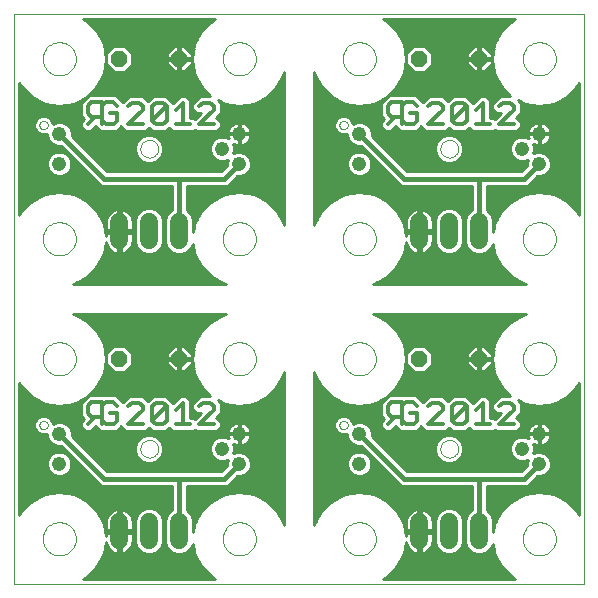
<source format=gtl>
G75*
G70*
%OFA0B0*%
%FSLAX24Y24*%
%IPPOS*%
%LPD*%
%AMOC8*
5,1,8,0,0,1.08239X$1,22.5*
%
%ADD10C,0.0000*%
%ADD11C,0.0476*%
%ADD12OC8,0.0520*%
%ADD13C,0.0594*%
%ADD14C,0.0120*%
%ADD15C,0.0160*%
%ADD16C,0.0100*%
D10*
X000151Y000151D02*
X000151Y019151D01*
X019151Y019151D01*
X019151Y000151D01*
X000151Y000151D01*
X001100Y001651D02*
X001102Y001698D01*
X001108Y001744D01*
X001118Y001790D01*
X001131Y001835D01*
X001149Y001878D01*
X001170Y001920D01*
X001194Y001960D01*
X001222Y001997D01*
X001253Y002032D01*
X001287Y002065D01*
X001323Y002094D01*
X001362Y002120D01*
X001403Y002143D01*
X001446Y002162D01*
X001490Y002178D01*
X001535Y002190D01*
X001581Y002198D01*
X001628Y002202D01*
X001674Y002202D01*
X001721Y002198D01*
X001767Y002190D01*
X001812Y002178D01*
X001856Y002162D01*
X001899Y002143D01*
X001940Y002120D01*
X001979Y002094D01*
X002015Y002065D01*
X002049Y002032D01*
X002080Y001997D01*
X002108Y001960D01*
X002132Y001920D01*
X002153Y001878D01*
X002171Y001835D01*
X002184Y001790D01*
X002194Y001744D01*
X002200Y001698D01*
X002202Y001651D01*
X002200Y001604D01*
X002194Y001558D01*
X002184Y001512D01*
X002171Y001467D01*
X002153Y001424D01*
X002132Y001382D01*
X002108Y001342D01*
X002080Y001305D01*
X002049Y001270D01*
X002015Y001237D01*
X001979Y001208D01*
X001940Y001182D01*
X001899Y001159D01*
X001856Y001140D01*
X001812Y001124D01*
X001767Y001112D01*
X001721Y001104D01*
X001674Y001100D01*
X001628Y001100D01*
X001581Y001104D01*
X001535Y001112D01*
X001490Y001124D01*
X001446Y001140D01*
X001403Y001159D01*
X001362Y001182D01*
X001323Y001208D01*
X001287Y001237D01*
X001253Y001270D01*
X001222Y001305D01*
X001194Y001342D01*
X001170Y001382D01*
X001149Y001424D01*
X001131Y001467D01*
X001118Y001512D01*
X001108Y001558D01*
X001102Y001604D01*
X001100Y001651D01*
X004356Y004651D02*
X004358Y004685D01*
X004364Y004719D01*
X004374Y004752D01*
X004387Y004783D01*
X004405Y004813D01*
X004425Y004841D01*
X004449Y004866D01*
X004475Y004888D01*
X004503Y004906D01*
X004534Y004922D01*
X004566Y004934D01*
X004600Y004942D01*
X004634Y004946D01*
X004668Y004946D01*
X004702Y004942D01*
X004736Y004934D01*
X004768Y004922D01*
X004798Y004906D01*
X004827Y004888D01*
X004853Y004866D01*
X004877Y004841D01*
X004897Y004813D01*
X004915Y004783D01*
X004928Y004752D01*
X004938Y004719D01*
X004944Y004685D01*
X004946Y004651D01*
X004944Y004617D01*
X004938Y004583D01*
X004928Y004550D01*
X004915Y004519D01*
X004897Y004489D01*
X004877Y004461D01*
X004853Y004436D01*
X004827Y004414D01*
X004799Y004396D01*
X004768Y004380D01*
X004736Y004368D01*
X004702Y004360D01*
X004668Y004356D01*
X004634Y004356D01*
X004600Y004360D01*
X004566Y004368D01*
X004534Y004380D01*
X004503Y004396D01*
X004475Y004414D01*
X004449Y004436D01*
X004425Y004461D01*
X004405Y004489D01*
X004387Y004519D01*
X004374Y004550D01*
X004364Y004583D01*
X004358Y004617D01*
X004356Y004651D01*
X001100Y007651D02*
X001102Y007698D01*
X001108Y007744D01*
X001118Y007790D01*
X001131Y007835D01*
X001149Y007878D01*
X001170Y007920D01*
X001194Y007960D01*
X001222Y007997D01*
X001253Y008032D01*
X001287Y008065D01*
X001323Y008094D01*
X001362Y008120D01*
X001403Y008143D01*
X001446Y008162D01*
X001490Y008178D01*
X001535Y008190D01*
X001581Y008198D01*
X001628Y008202D01*
X001674Y008202D01*
X001721Y008198D01*
X001767Y008190D01*
X001812Y008178D01*
X001856Y008162D01*
X001899Y008143D01*
X001940Y008120D01*
X001979Y008094D01*
X002015Y008065D01*
X002049Y008032D01*
X002080Y007997D01*
X002108Y007960D01*
X002132Y007920D01*
X002153Y007878D01*
X002171Y007835D01*
X002184Y007790D01*
X002194Y007744D01*
X002200Y007698D01*
X002202Y007651D01*
X002200Y007604D01*
X002194Y007558D01*
X002184Y007512D01*
X002171Y007467D01*
X002153Y007424D01*
X002132Y007382D01*
X002108Y007342D01*
X002080Y007305D01*
X002049Y007270D01*
X002015Y007237D01*
X001979Y007208D01*
X001940Y007182D01*
X001899Y007159D01*
X001856Y007140D01*
X001812Y007124D01*
X001767Y007112D01*
X001721Y007104D01*
X001674Y007100D01*
X001628Y007100D01*
X001581Y007104D01*
X001535Y007112D01*
X001490Y007124D01*
X001446Y007140D01*
X001403Y007159D01*
X001362Y007182D01*
X001323Y007208D01*
X001287Y007237D01*
X001253Y007270D01*
X001222Y007305D01*
X001194Y007342D01*
X001170Y007382D01*
X001149Y007424D01*
X001131Y007467D01*
X001118Y007512D01*
X001108Y007558D01*
X001102Y007604D01*
X001100Y007651D01*
X000990Y005439D02*
X000992Y005462D01*
X000998Y005485D01*
X001008Y005506D01*
X001021Y005526D01*
X001037Y005543D01*
X001056Y005557D01*
X001077Y005567D01*
X001099Y005574D01*
X001122Y005577D01*
X001146Y005576D01*
X001168Y005571D01*
X001190Y005562D01*
X001210Y005550D01*
X001228Y005534D01*
X001242Y005516D01*
X001254Y005496D01*
X001262Y005474D01*
X001266Y005451D01*
X001266Y005427D01*
X001262Y005404D01*
X001254Y005382D01*
X001242Y005362D01*
X001228Y005344D01*
X001210Y005328D01*
X001190Y005316D01*
X001168Y005307D01*
X001146Y005302D01*
X001122Y005301D01*
X001099Y005304D01*
X001077Y005311D01*
X001056Y005321D01*
X001037Y005335D01*
X001021Y005352D01*
X001008Y005372D01*
X000998Y005393D01*
X000992Y005416D01*
X000990Y005439D01*
X001100Y011651D02*
X001102Y011698D01*
X001108Y011744D01*
X001118Y011790D01*
X001131Y011835D01*
X001149Y011878D01*
X001170Y011920D01*
X001194Y011960D01*
X001222Y011997D01*
X001253Y012032D01*
X001287Y012065D01*
X001323Y012094D01*
X001362Y012120D01*
X001403Y012143D01*
X001446Y012162D01*
X001490Y012178D01*
X001535Y012190D01*
X001581Y012198D01*
X001628Y012202D01*
X001674Y012202D01*
X001721Y012198D01*
X001767Y012190D01*
X001812Y012178D01*
X001856Y012162D01*
X001899Y012143D01*
X001940Y012120D01*
X001979Y012094D01*
X002015Y012065D01*
X002049Y012032D01*
X002080Y011997D01*
X002108Y011960D01*
X002132Y011920D01*
X002153Y011878D01*
X002171Y011835D01*
X002184Y011790D01*
X002194Y011744D01*
X002200Y011698D01*
X002202Y011651D01*
X002200Y011604D01*
X002194Y011558D01*
X002184Y011512D01*
X002171Y011467D01*
X002153Y011424D01*
X002132Y011382D01*
X002108Y011342D01*
X002080Y011305D01*
X002049Y011270D01*
X002015Y011237D01*
X001979Y011208D01*
X001940Y011182D01*
X001899Y011159D01*
X001856Y011140D01*
X001812Y011124D01*
X001767Y011112D01*
X001721Y011104D01*
X001674Y011100D01*
X001628Y011100D01*
X001581Y011104D01*
X001535Y011112D01*
X001490Y011124D01*
X001446Y011140D01*
X001403Y011159D01*
X001362Y011182D01*
X001323Y011208D01*
X001287Y011237D01*
X001253Y011270D01*
X001222Y011305D01*
X001194Y011342D01*
X001170Y011382D01*
X001149Y011424D01*
X001131Y011467D01*
X001118Y011512D01*
X001108Y011558D01*
X001102Y011604D01*
X001100Y011651D01*
X000990Y015439D02*
X000992Y015462D01*
X000998Y015485D01*
X001008Y015506D01*
X001021Y015526D01*
X001037Y015543D01*
X001056Y015557D01*
X001077Y015567D01*
X001099Y015574D01*
X001122Y015577D01*
X001146Y015576D01*
X001168Y015571D01*
X001190Y015562D01*
X001210Y015550D01*
X001228Y015534D01*
X001242Y015516D01*
X001254Y015496D01*
X001262Y015474D01*
X001266Y015451D01*
X001266Y015427D01*
X001262Y015404D01*
X001254Y015382D01*
X001242Y015362D01*
X001228Y015344D01*
X001210Y015328D01*
X001190Y015316D01*
X001168Y015307D01*
X001146Y015302D01*
X001122Y015301D01*
X001099Y015304D01*
X001077Y015311D01*
X001056Y015321D01*
X001037Y015335D01*
X001021Y015352D01*
X001008Y015372D01*
X000998Y015393D01*
X000992Y015416D01*
X000990Y015439D01*
X001100Y017651D02*
X001102Y017698D01*
X001108Y017744D01*
X001118Y017790D01*
X001131Y017835D01*
X001149Y017878D01*
X001170Y017920D01*
X001194Y017960D01*
X001222Y017997D01*
X001253Y018032D01*
X001287Y018065D01*
X001323Y018094D01*
X001362Y018120D01*
X001403Y018143D01*
X001446Y018162D01*
X001490Y018178D01*
X001535Y018190D01*
X001581Y018198D01*
X001628Y018202D01*
X001674Y018202D01*
X001721Y018198D01*
X001767Y018190D01*
X001812Y018178D01*
X001856Y018162D01*
X001899Y018143D01*
X001940Y018120D01*
X001979Y018094D01*
X002015Y018065D01*
X002049Y018032D01*
X002080Y017997D01*
X002108Y017960D01*
X002132Y017920D01*
X002153Y017878D01*
X002171Y017835D01*
X002184Y017790D01*
X002194Y017744D01*
X002200Y017698D01*
X002202Y017651D01*
X002200Y017604D01*
X002194Y017558D01*
X002184Y017512D01*
X002171Y017467D01*
X002153Y017424D01*
X002132Y017382D01*
X002108Y017342D01*
X002080Y017305D01*
X002049Y017270D01*
X002015Y017237D01*
X001979Y017208D01*
X001940Y017182D01*
X001899Y017159D01*
X001856Y017140D01*
X001812Y017124D01*
X001767Y017112D01*
X001721Y017104D01*
X001674Y017100D01*
X001628Y017100D01*
X001581Y017104D01*
X001535Y017112D01*
X001490Y017124D01*
X001446Y017140D01*
X001403Y017159D01*
X001362Y017182D01*
X001323Y017208D01*
X001287Y017237D01*
X001253Y017270D01*
X001222Y017305D01*
X001194Y017342D01*
X001170Y017382D01*
X001149Y017424D01*
X001131Y017467D01*
X001118Y017512D01*
X001108Y017558D01*
X001102Y017604D01*
X001100Y017651D01*
X004356Y014651D02*
X004358Y014685D01*
X004364Y014719D01*
X004374Y014752D01*
X004387Y014783D01*
X004405Y014813D01*
X004425Y014841D01*
X004449Y014866D01*
X004475Y014888D01*
X004503Y014906D01*
X004534Y014922D01*
X004566Y014934D01*
X004600Y014942D01*
X004634Y014946D01*
X004668Y014946D01*
X004702Y014942D01*
X004736Y014934D01*
X004768Y014922D01*
X004798Y014906D01*
X004827Y014888D01*
X004853Y014866D01*
X004877Y014841D01*
X004897Y014813D01*
X004915Y014783D01*
X004928Y014752D01*
X004938Y014719D01*
X004944Y014685D01*
X004946Y014651D01*
X004944Y014617D01*
X004938Y014583D01*
X004928Y014550D01*
X004915Y014519D01*
X004897Y014489D01*
X004877Y014461D01*
X004853Y014436D01*
X004827Y014414D01*
X004799Y014396D01*
X004768Y014380D01*
X004736Y014368D01*
X004702Y014360D01*
X004668Y014356D01*
X004634Y014356D01*
X004600Y014360D01*
X004566Y014368D01*
X004534Y014380D01*
X004503Y014396D01*
X004475Y014414D01*
X004449Y014436D01*
X004425Y014461D01*
X004405Y014489D01*
X004387Y014519D01*
X004374Y014550D01*
X004364Y014583D01*
X004358Y014617D01*
X004356Y014651D01*
X007100Y011651D02*
X007102Y011698D01*
X007108Y011744D01*
X007118Y011790D01*
X007131Y011835D01*
X007149Y011878D01*
X007170Y011920D01*
X007194Y011960D01*
X007222Y011997D01*
X007253Y012032D01*
X007287Y012065D01*
X007323Y012094D01*
X007362Y012120D01*
X007403Y012143D01*
X007446Y012162D01*
X007490Y012178D01*
X007535Y012190D01*
X007581Y012198D01*
X007628Y012202D01*
X007674Y012202D01*
X007721Y012198D01*
X007767Y012190D01*
X007812Y012178D01*
X007856Y012162D01*
X007899Y012143D01*
X007940Y012120D01*
X007979Y012094D01*
X008015Y012065D01*
X008049Y012032D01*
X008080Y011997D01*
X008108Y011960D01*
X008132Y011920D01*
X008153Y011878D01*
X008171Y011835D01*
X008184Y011790D01*
X008194Y011744D01*
X008200Y011698D01*
X008202Y011651D01*
X008200Y011604D01*
X008194Y011558D01*
X008184Y011512D01*
X008171Y011467D01*
X008153Y011424D01*
X008132Y011382D01*
X008108Y011342D01*
X008080Y011305D01*
X008049Y011270D01*
X008015Y011237D01*
X007979Y011208D01*
X007940Y011182D01*
X007899Y011159D01*
X007856Y011140D01*
X007812Y011124D01*
X007767Y011112D01*
X007721Y011104D01*
X007674Y011100D01*
X007628Y011100D01*
X007581Y011104D01*
X007535Y011112D01*
X007490Y011124D01*
X007446Y011140D01*
X007403Y011159D01*
X007362Y011182D01*
X007323Y011208D01*
X007287Y011237D01*
X007253Y011270D01*
X007222Y011305D01*
X007194Y011342D01*
X007170Y011382D01*
X007149Y011424D01*
X007131Y011467D01*
X007118Y011512D01*
X007108Y011558D01*
X007102Y011604D01*
X007100Y011651D01*
X007100Y007651D02*
X007102Y007698D01*
X007108Y007744D01*
X007118Y007790D01*
X007131Y007835D01*
X007149Y007878D01*
X007170Y007920D01*
X007194Y007960D01*
X007222Y007997D01*
X007253Y008032D01*
X007287Y008065D01*
X007323Y008094D01*
X007362Y008120D01*
X007403Y008143D01*
X007446Y008162D01*
X007490Y008178D01*
X007535Y008190D01*
X007581Y008198D01*
X007628Y008202D01*
X007674Y008202D01*
X007721Y008198D01*
X007767Y008190D01*
X007812Y008178D01*
X007856Y008162D01*
X007899Y008143D01*
X007940Y008120D01*
X007979Y008094D01*
X008015Y008065D01*
X008049Y008032D01*
X008080Y007997D01*
X008108Y007960D01*
X008132Y007920D01*
X008153Y007878D01*
X008171Y007835D01*
X008184Y007790D01*
X008194Y007744D01*
X008200Y007698D01*
X008202Y007651D01*
X008200Y007604D01*
X008194Y007558D01*
X008184Y007512D01*
X008171Y007467D01*
X008153Y007424D01*
X008132Y007382D01*
X008108Y007342D01*
X008080Y007305D01*
X008049Y007270D01*
X008015Y007237D01*
X007979Y007208D01*
X007940Y007182D01*
X007899Y007159D01*
X007856Y007140D01*
X007812Y007124D01*
X007767Y007112D01*
X007721Y007104D01*
X007674Y007100D01*
X007628Y007100D01*
X007581Y007104D01*
X007535Y007112D01*
X007490Y007124D01*
X007446Y007140D01*
X007403Y007159D01*
X007362Y007182D01*
X007323Y007208D01*
X007287Y007237D01*
X007253Y007270D01*
X007222Y007305D01*
X007194Y007342D01*
X007170Y007382D01*
X007149Y007424D01*
X007131Y007467D01*
X007118Y007512D01*
X007108Y007558D01*
X007102Y007604D01*
X007100Y007651D01*
X010990Y005439D02*
X010992Y005462D01*
X010998Y005485D01*
X011008Y005506D01*
X011021Y005526D01*
X011037Y005543D01*
X011056Y005557D01*
X011077Y005567D01*
X011099Y005574D01*
X011122Y005577D01*
X011146Y005576D01*
X011168Y005571D01*
X011190Y005562D01*
X011210Y005550D01*
X011228Y005534D01*
X011242Y005516D01*
X011254Y005496D01*
X011262Y005474D01*
X011266Y005451D01*
X011266Y005427D01*
X011262Y005404D01*
X011254Y005382D01*
X011242Y005362D01*
X011228Y005344D01*
X011210Y005328D01*
X011190Y005316D01*
X011168Y005307D01*
X011146Y005302D01*
X011122Y005301D01*
X011099Y005304D01*
X011077Y005311D01*
X011056Y005321D01*
X011037Y005335D01*
X011021Y005352D01*
X011008Y005372D01*
X010998Y005393D01*
X010992Y005416D01*
X010990Y005439D01*
X011100Y007651D02*
X011102Y007698D01*
X011108Y007744D01*
X011118Y007790D01*
X011131Y007835D01*
X011149Y007878D01*
X011170Y007920D01*
X011194Y007960D01*
X011222Y007997D01*
X011253Y008032D01*
X011287Y008065D01*
X011323Y008094D01*
X011362Y008120D01*
X011403Y008143D01*
X011446Y008162D01*
X011490Y008178D01*
X011535Y008190D01*
X011581Y008198D01*
X011628Y008202D01*
X011674Y008202D01*
X011721Y008198D01*
X011767Y008190D01*
X011812Y008178D01*
X011856Y008162D01*
X011899Y008143D01*
X011940Y008120D01*
X011979Y008094D01*
X012015Y008065D01*
X012049Y008032D01*
X012080Y007997D01*
X012108Y007960D01*
X012132Y007920D01*
X012153Y007878D01*
X012171Y007835D01*
X012184Y007790D01*
X012194Y007744D01*
X012200Y007698D01*
X012202Y007651D01*
X012200Y007604D01*
X012194Y007558D01*
X012184Y007512D01*
X012171Y007467D01*
X012153Y007424D01*
X012132Y007382D01*
X012108Y007342D01*
X012080Y007305D01*
X012049Y007270D01*
X012015Y007237D01*
X011979Y007208D01*
X011940Y007182D01*
X011899Y007159D01*
X011856Y007140D01*
X011812Y007124D01*
X011767Y007112D01*
X011721Y007104D01*
X011674Y007100D01*
X011628Y007100D01*
X011581Y007104D01*
X011535Y007112D01*
X011490Y007124D01*
X011446Y007140D01*
X011403Y007159D01*
X011362Y007182D01*
X011323Y007208D01*
X011287Y007237D01*
X011253Y007270D01*
X011222Y007305D01*
X011194Y007342D01*
X011170Y007382D01*
X011149Y007424D01*
X011131Y007467D01*
X011118Y007512D01*
X011108Y007558D01*
X011102Y007604D01*
X011100Y007651D01*
X014356Y004651D02*
X014358Y004685D01*
X014364Y004719D01*
X014374Y004752D01*
X014387Y004783D01*
X014405Y004813D01*
X014425Y004841D01*
X014449Y004866D01*
X014475Y004888D01*
X014503Y004906D01*
X014534Y004922D01*
X014566Y004934D01*
X014600Y004942D01*
X014634Y004946D01*
X014668Y004946D01*
X014702Y004942D01*
X014736Y004934D01*
X014768Y004922D01*
X014798Y004906D01*
X014827Y004888D01*
X014853Y004866D01*
X014877Y004841D01*
X014897Y004813D01*
X014915Y004783D01*
X014928Y004752D01*
X014938Y004719D01*
X014944Y004685D01*
X014946Y004651D01*
X014944Y004617D01*
X014938Y004583D01*
X014928Y004550D01*
X014915Y004519D01*
X014897Y004489D01*
X014877Y004461D01*
X014853Y004436D01*
X014827Y004414D01*
X014799Y004396D01*
X014768Y004380D01*
X014736Y004368D01*
X014702Y004360D01*
X014668Y004356D01*
X014634Y004356D01*
X014600Y004360D01*
X014566Y004368D01*
X014534Y004380D01*
X014503Y004396D01*
X014475Y004414D01*
X014449Y004436D01*
X014425Y004461D01*
X014405Y004489D01*
X014387Y004519D01*
X014374Y004550D01*
X014364Y004583D01*
X014358Y004617D01*
X014356Y004651D01*
X011100Y001651D02*
X011102Y001698D01*
X011108Y001744D01*
X011118Y001790D01*
X011131Y001835D01*
X011149Y001878D01*
X011170Y001920D01*
X011194Y001960D01*
X011222Y001997D01*
X011253Y002032D01*
X011287Y002065D01*
X011323Y002094D01*
X011362Y002120D01*
X011403Y002143D01*
X011446Y002162D01*
X011490Y002178D01*
X011535Y002190D01*
X011581Y002198D01*
X011628Y002202D01*
X011674Y002202D01*
X011721Y002198D01*
X011767Y002190D01*
X011812Y002178D01*
X011856Y002162D01*
X011899Y002143D01*
X011940Y002120D01*
X011979Y002094D01*
X012015Y002065D01*
X012049Y002032D01*
X012080Y001997D01*
X012108Y001960D01*
X012132Y001920D01*
X012153Y001878D01*
X012171Y001835D01*
X012184Y001790D01*
X012194Y001744D01*
X012200Y001698D01*
X012202Y001651D01*
X012200Y001604D01*
X012194Y001558D01*
X012184Y001512D01*
X012171Y001467D01*
X012153Y001424D01*
X012132Y001382D01*
X012108Y001342D01*
X012080Y001305D01*
X012049Y001270D01*
X012015Y001237D01*
X011979Y001208D01*
X011940Y001182D01*
X011899Y001159D01*
X011856Y001140D01*
X011812Y001124D01*
X011767Y001112D01*
X011721Y001104D01*
X011674Y001100D01*
X011628Y001100D01*
X011581Y001104D01*
X011535Y001112D01*
X011490Y001124D01*
X011446Y001140D01*
X011403Y001159D01*
X011362Y001182D01*
X011323Y001208D01*
X011287Y001237D01*
X011253Y001270D01*
X011222Y001305D01*
X011194Y001342D01*
X011170Y001382D01*
X011149Y001424D01*
X011131Y001467D01*
X011118Y001512D01*
X011108Y001558D01*
X011102Y001604D01*
X011100Y001651D01*
X007100Y001651D02*
X007102Y001698D01*
X007108Y001744D01*
X007118Y001790D01*
X007131Y001835D01*
X007149Y001878D01*
X007170Y001920D01*
X007194Y001960D01*
X007222Y001997D01*
X007253Y002032D01*
X007287Y002065D01*
X007323Y002094D01*
X007362Y002120D01*
X007403Y002143D01*
X007446Y002162D01*
X007490Y002178D01*
X007535Y002190D01*
X007581Y002198D01*
X007628Y002202D01*
X007674Y002202D01*
X007721Y002198D01*
X007767Y002190D01*
X007812Y002178D01*
X007856Y002162D01*
X007899Y002143D01*
X007940Y002120D01*
X007979Y002094D01*
X008015Y002065D01*
X008049Y002032D01*
X008080Y001997D01*
X008108Y001960D01*
X008132Y001920D01*
X008153Y001878D01*
X008171Y001835D01*
X008184Y001790D01*
X008194Y001744D01*
X008200Y001698D01*
X008202Y001651D01*
X008200Y001604D01*
X008194Y001558D01*
X008184Y001512D01*
X008171Y001467D01*
X008153Y001424D01*
X008132Y001382D01*
X008108Y001342D01*
X008080Y001305D01*
X008049Y001270D01*
X008015Y001237D01*
X007979Y001208D01*
X007940Y001182D01*
X007899Y001159D01*
X007856Y001140D01*
X007812Y001124D01*
X007767Y001112D01*
X007721Y001104D01*
X007674Y001100D01*
X007628Y001100D01*
X007581Y001104D01*
X007535Y001112D01*
X007490Y001124D01*
X007446Y001140D01*
X007403Y001159D01*
X007362Y001182D01*
X007323Y001208D01*
X007287Y001237D01*
X007253Y001270D01*
X007222Y001305D01*
X007194Y001342D01*
X007170Y001382D01*
X007149Y001424D01*
X007131Y001467D01*
X007118Y001512D01*
X007108Y001558D01*
X007102Y001604D01*
X007100Y001651D01*
X011100Y011651D02*
X011102Y011698D01*
X011108Y011744D01*
X011118Y011790D01*
X011131Y011835D01*
X011149Y011878D01*
X011170Y011920D01*
X011194Y011960D01*
X011222Y011997D01*
X011253Y012032D01*
X011287Y012065D01*
X011323Y012094D01*
X011362Y012120D01*
X011403Y012143D01*
X011446Y012162D01*
X011490Y012178D01*
X011535Y012190D01*
X011581Y012198D01*
X011628Y012202D01*
X011674Y012202D01*
X011721Y012198D01*
X011767Y012190D01*
X011812Y012178D01*
X011856Y012162D01*
X011899Y012143D01*
X011940Y012120D01*
X011979Y012094D01*
X012015Y012065D01*
X012049Y012032D01*
X012080Y011997D01*
X012108Y011960D01*
X012132Y011920D01*
X012153Y011878D01*
X012171Y011835D01*
X012184Y011790D01*
X012194Y011744D01*
X012200Y011698D01*
X012202Y011651D01*
X012200Y011604D01*
X012194Y011558D01*
X012184Y011512D01*
X012171Y011467D01*
X012153Y011424D01*
X012132Y011382D01*
X012108Y011342D01*
X012080Y011305D01*
X012049Y011270D01*
X012015Y011237D01*
X011979Y011208D01*
X011940Y011182D01*
X011899Y011159D01*
X011856Y011140D01*
X011812Y011124D01*
X011767Y011112D01*
X011721Y011104D01*
X011674Y011100D01*
X011628Y011100D01*
X011581Y011104D01*
X011535Y011112D01*
X011490Y011124D01*
X011446Y011140D01*
X011403Y011159D01*
X011362Y011182D01*
X011323Y011208D01*
X011287Y011237D01*
X011253Y011270D01*
X011222Y011305D01*
X011194Y011342D01*
X011170Y011382D01*
X011149Y011424D01*
X011131Y011467D01*
X011118Y011512D01*
X011108Y011558D01*
X011102Y011604D01*
X011100Y011651D01*
X014356Y014651D02*
X014358Y014685D01*
X014364Y014719D01*
X014374Y014752D01*
X014387Y014783D01*
X014405Y014813D01*
X014425Y014841D01*
X014449Y014866D01*
X014475Y014888D01*
X014503Y014906D01*
X014534Y014922D01*
X014566Y014934D01*
X014600Y014942D01*
X014634Y014946D01*
X014668Y014946D01*
X014702Y014942D01*
X014736Y014934D01*
X014768Y014922D01*
X014798Y014906D01*
X014827Y014888D01*
X014853Y014866D01*
X014877Y014841D01*
X014897Y014813D01*
X014915Y014783D01*
X014928Y014752D01*
X014938Y014719D01*
X014944Y014685D01*
X014946Y014651D01*
X014944Y014617D01*
X014938Y014583D01*
X014928Y014550D01*
X014915Y014519D01*
X014897Y014489D01*
X014877Y014461D01*
X014853Y014436D01*
X014827Y014414D01*
X014799Y014396D01*
X014768Y014380D01*
X014736Y014368D01*
X014702Y014360D01*
X014668Y014356D01*
X014634Y014356D01*
X014600Y014360D01*
X014566Y014368D01*
X014534Y014380D01*
X014503Y014396D01*
X014475Y014414D01*
X014449Y014436D01*
X014425Y014461D01*
X014405Y014489D01*
X014387Y014519D01*
X014374Y014550D01*
X014364Y014583D01*
X014358Y014617D01*
X014356Y014651D01*
X011100Y017651D02*
X011102Y017698D01*
X011108Y017744D01*
X011118Y017790D01*
X011131Y017835D01*
X011149Y017878D01*
X011170Y017920D01*
X011194Y017960D01*
X011222Y017997D01*
X011253Y018032D01*
X011287Y018065D01*
X011323Y018094D01*
X011362Y018120D01*
X011403Y018143D01*
X011446Y018162D01*
X011490Y018178D01*
X011535Y018190D01*
X011581Y018198D01*
X011628Y018202D01*
X011674Y018202D01*
X011721Y018198D01*
X011767Y018190D01*
X011812Y018178D01*
X011856Y018162D01*
X011899Y018143D01*
X011940Y018120D01*
X011979Y018094D01*
X012015Y018065D01*
X012049Y018032D01*
X012080Y017997D01*
X012108Y017960D01*
X012132Y017920D01*
X012153Y017878D01*
X012171Y017835D01*
X012184Y017790D01*
X012194Y017744D01*
X012200Y017698D01*
X012202Y017651D01*
X012200Y017604D01*
X012194Y017558D01*
X012184Y017512D01*
X012171Y017467D01*
X012153Y017424D01*
X012132Y017382D01*
X012108Y017342D01*
X012080Y017305D01*
X012049Y017270D01*
X012015Y017237D01*
X011979Y017208D01*
X011940Y017182D01*
X011899Y017159D01*
X011856Y017140D01*
X011812Y017124D01*
X011767Y017112D01*
X011721Y017104D01*
X011674Y017100D01*
X011628Y017100D01*
X011581Y017104D01*
X011535Y017112D01*
X011490Y017124D01*
X011446Y017140D01*
X011403Y017159D01*
X011362Y017182D01*
X011323Y017208D01*
X011287Y017237D01*
X011253Y017270D01*
X011222Y017305D01*
X011194Y017342D01*
X011170Y017382D01*
X011149Y017424D01*
X011131Y017467D01*
X011118Y017512D01*
X011108Y017558D01*
X011102Y017604D01*
X011100Y017651D01*
X010990Y015439D02*
X010992Y015462D01*
X010998Y015485D01*
X011008Y015506D01*
X011021Y015526D01*
X011037Y015543D01*
X011056Y015557D01*
X011077Y015567D01*
X011099Y015574D01*
X011122Y015577D01*
X011146Y015576D01*
X011168Y015571D01*
X011190Y015562D01*
X011210Y015550D01*
X011228Y015534D01*
X011242Y015516D01*
X011254Y015496D01*
X011262Y015474D01*
X011266Y015451D01*
X011266Y015427D01*
X011262Y015404D01*
X011254Y015382D01*
X011242Y015362D01*
X011228Y015344D01*
X011210Y015328D01*
X011190Y015316D01*
X011168Y015307D01*
X011146Y015302D01*
X011122Y015301D01*
X011099Y015304D01*
X011077Y015311D01*
X011056Y015321D01*
X011037Y015335D01*
X011021Y015352D01*
X011008Y015372D01*
X010998Y015393D01*
X010992Y015416D01*
X010990Y015439D01*
X007100Y017651D02*
X007102Y017698D01*
X007108Y017744D01*
X007118Y017790D01*
X007131Y017835D01*
X007149Y017878D01*
X007170Y017920D01*
X007194Y017960D01*
X007222Y017997D01*
X007253Y018032D01*
X007287Y018065D01*
X007323Y018094D01*
X007362Y018120D01*
X007403Y018143D01*
X007446Y018162D01*
X007490Y018178D01*
X007535Y018190D01*
X007581Y018198D01*
X007628Y018202D01*
X007674Y018202D01*
X007721Y018198D01*
X007767Y018190D01*
X007812Y018178D01*
X007856Y018162D01*
X007899Y018143D01*
X007940Y018120D01*
X007979Y018094D01*
X008015Y018065D01*
X008049Y018032D01*
X008080Y017997D01*
X008108Y017960D01*
X008132Y017920D01*
X008153Y017878D01*
X008171Y017835D01*
X008184Y017790D01*
X008194Y017744D01*
X008200Y017698D01*
X008202Y017651D01*
X008200Y017604D01*
X008194Y017558D01*
X008184Y017512D01*
X008171Y017467D01*
X008153Y017424D01*
X008132Y017382D01*
X008108Y017342D01*
X008080Y017305D01*
X008049Y017270D01*
X008015Y017237D01*
X007979Y017208D01*
X007940Y017182D01*
X007899Y017159D01*
X007856Y017140D01*
X007812Y017124D01*
X007767Y017112D01*
X007721Y017104D01*
X007674Y017100D01*
X007628Y017100D01*
X007581Y017104D01*
X007535Y017112D01*
X007490Y017124D01*
X007446Y017140D01*
X007403Y017159D01*
X007362Y017182D01*
X007323Y017208D01*
X007287Y017237D01*
X007253Y017270D01*
X007222Y017305D01*
X007194Y017342D01*
X007170Y017382D01*
X007149Y017424D01*
X007131Y017467D01*
X007118Y017512D01*
X007108Y017558D01*
X007102Y017604D01*
X007100Y017651D01*
X017100Y017651D02*
X017102Y017698D01*
X017108Y017744D01*
X017118Y017790D01*
X017131Y017835D01*
X017149Y017878D01*
X017170Y017920D01*
X017194Y017960D01*
X017222Y017997D01*
X017253Y018032D01*
X017287Y018065D01*
X017323Y018094D01*
X017362Y018120D01*
X017403Y018143D01*
X017446Y018162D01*
X017490Y018178D01*
X017535Y018190D01*
X017581Y018198D01*
X017628Y018202D01*
X017674Y018202D01*
X017721Y018198D01*
X017767Y018190D01*
X017812Y018178D01*
X017856Y018162D01*
X017899Y018143D01*
X017940Y018120D01*
X017979Y018094D01*
X018015Y018065D01*
X018049Y018032D01*
X018080Y017997D01*
X018108Y017960D01*
X018132Y017920D01*
X018153Y017878D01*
X018171Y017835D01*
X018184Y017790D01*
X018194Y017744D01*
X018200Y017698D01*
X018202Y017651D01*
X018200Y017604D01*
X018194Y017558D01*
X018184Y017512D01*
X018171Y017467D01*
X018153Y017424D01*
X018132Y017382D01*
X018108Y017342D01*
X018080Y017305D01*
X018049Y017270D01*
X018015Y017237D01*
X017979Y017208D01*
X017940Y017182D01*
X017899Y017159D01*
X017856Y017140D01*
X017812Y017124D01*
X017767Y017112D01*
X017721Y017104D01*
X017674Y017100D01*
X017628Y017100D01*
X017581Y017104D01*
X017535Y017112D01*
X017490Y017124D01*
X017446Y017140D01*
X017403Y017159D01*
X017362Y017182D01*
X017323Y017208D01*
X017287Y017237D01*
X017253Y017270D01*
X017222Y017305D01*
X017194Y017342D01*
X017170Y017382D01*
X017149Y017424D01*
X017131Y017467D01*
X017118Y017512D01*
X017108Y017558D01*
X017102Y017604D01*
X017100Y017651D01*
X017100Y011651D02*
X017102Y011698D01*
X017108Y011744D01*
X017118Y011790D01*
X017131Y011835D01*
X017149Y011878D01*
X017170Y011920D01*
X017194Y011960D01*
X017222Y011997D01*
X017253Y012032D01*
X017287Y012065D01*
X017323Y012094D01*
X017362Y012120D01*
X017403Y012143D01*
X017446Y012162D01*
X017490Y012178D01*
X017535Y012190D01*
X017581Y012198D01*
X017628Y012202D01*
X017674Y012202D01*
X017721Y012198D01*
X017767Y012190D01*
X017812Y012178D01*
X017856Y012162D01*
X017899Y012143D01*
X017940Y012120D01*
X017979Y012094D01*
X018015Y012065D01*
X018049Y012032D01*
X018080Y011997D01*
X018108Y011960D01*
X018132Y011920D01*
X018153Y011878D01*
X018171Y011835D01*
X018184Y011790D01*
X018194Y011744D01*
X018200Y011698D01*
X018202Y011651D01*
X018200Y011604D01*
X018194Y011558D01*
X018184Y011512D01*
X018171Y011467D01*
X018153Y011424D01*
X018132Y011382D01*
X018108Y011342D01*
X018080Y011305D01*
X018049Y011270D01*
X018015Y011237D01*
X017979Y011208D01*
X017940Y011182D01*
X017899Y011159D01*
X017856Y011140D01*
X017812Y011124D01*
X017767Y011112D01*
X017721Y011104D01*
X017674Y011100D01*
X017628Y011100D01*
X017581Y011104D01*
X017535Y011112D01*
X017490Y011124D01*
X017446Y011140D01*
X017403Y011159D01*
X017362Y011182D01*
X017323Y011208D01*
X017287Y011237D01*
X017253Y011270D01*
X017222Y011305D01*
X017194Y011342D01*
X017170Y011382D01*
X017149Y011424D01*
X017131Y011467D01*
X017118Y011512D01*
X017108Y011558D01*
X017102Y011604D01*
X017100Y011651D01*
X017100Y007651D02*
X017102Y007698D01*
X017108Y007744D01*
X017118Y007790D01*
X017131Y007835D01*
X017149Y007878D01*
X017170Y007920D01*
X017194Y007960D01*
X017222Y007997D01*
X017253Y008032D01*
X017287Y008065D01*
X017323Y008094D01*
X017362Y008120D01*
X017403Y008143D01*
X017446Y008162D01*
X017490Y008178D01*
X017535Y008190D01*
X017581Y008198D01*
X017628Y008202D01*
X017674Y008202D01*
X017721Y008198D01*
X017767Y008190D01*
X017812Y008178D01*
X017856Y008162D01*
X017899Y008143D01*
X017940Y008120D01*
X017979Y008094D01*
X018015Y008065D01*
X018049Y008032D01*
X018080Y007997D01*
X018108Y007960D01*
X018132Y007920D01*
X018153Y007878D01*
X018171Y007835D01*
X018184Y007790D01*
X018194Y007744D01*
X018200Y007698D01*
X018202Y007651D01*
X018200Y007604D01*
X018194Y007558D01*
X018184Y007512D01*
X018171Y007467D01*
X018153Y007424D01*
X018132Y007382D01*
X018108Y007342D01*
X018080Y007305D01*
X018049Y007270D01*
X018015Y007237D01*
X017979Y007208D01*
X017940Y007182D01*
X017899Y007159D01*
X017856Y007140D01*
X017812Y007124D01*
X017767Y007112D01*
X017721Y007104D01*
X017674Y007100D01*
X017628Y007100D01*
X017581Y007104D01*
X017535Y007112D01*
X017490Y007124D01*
X017446Y007140D01*
X017403Y007159D01*
X017362Y007182D01*
X017323Y007208D01*
X017287Y007237D01*
X017253Y007270D01*
X017222Y007305D01*
X017194Y007342D01*
X017170Y007382D01*
X017149Y007424D01*
X017131Y007467D01*
X017118Y007512D01*
X017108Y007558D01*
X017102Y007604D01*
X017100Y007651D01*
X017100Y001651D02*
X017102Y001698D01*
X017108Y001744D01*
X017118Y001790D01*
X017131Y001835D01*
X017149Y001878D01*
X017170Y001920D01*
X017194Y001960D01*
X017222Y001997D01*
X017253Y002032D01*
X017287Y002065D01*
X017323Y002094D01*
X017362Y002120D01*
X017403Y002143D01*
X017446Y002162D01*
X017490Y002178D01*
X017535Y002190D01*
X017581Y002198D01*
X017628Y002202D01*
X017674Y002202D01*
X017721Y002198D01*
X017767Y002190D01*
X017812Y002178D01*
X017856Y002162D01*
X017899Y002143D01*
X017940Y002120D01*
X017979Y002094D01*
X018015Y002065D01*
X018049Y002032D01*
X018080Y001997D01*
X018108Y001960D01*
X018132Y001920D01*
X018153Y001878D01*
X018171Y001835D01*
X018184Y001790D01*
X018194Y001744D01*
X018200Y001698D01*
X018202Y001651D01*
X018200Y001604D01*
X018194Y001558D01*
X018184Y001512D01*
X018171Y001467D01*
X018153Y001424D01*
X018132Y001382D01*
X018108Y001342D01*
X018080Y001305D01*
X018049Y001270D01*
X018015Y001237D01*
X017979Y001208D01*
X017940Y001182D01*
X017899Y001159D01*
X017856Y001140D01*
X017812Y001124D01*
X017767Y001112D01*
X017721Y001104D01*
X017674Y001100D01*
X017628Y001100D01*
X017581Y001104D01*
X017535Y001112D01*
X017490Y001124D01*
X017446Y001140D01*
X017403Y001159D01*
X017362Y001182D01*
X017323Y001208D01*
X017287Y001237D01*
X017253Y001270D01*
X017222Y001305D01*
X017194Y001342D01*
X017170Y001382D01*
X017149Y001424D01*
X017131Y001467D01*
X017118Y001512D01*
X017108Y001558D01*
X017102Y001604D01*
X017100Y001651D01*
D11*
X017643Y004139D03*
X017072Y004651D03*
X017651Y005151D03*
X011659Y005139D03*
X011651Y004151D03*
X007643Y004139D03*
X007072Y004651D03*
X007651Y005151D03*
X001659Y005139D03*
X001651Y004151D03*
X001651Y014151D03*
X001659Y015139D03*
X007072Y014651D03*
X007651Y015151D03*
X007643Y014139D03*
X011651Y014151D03*
X011659Y015139D03*
X017072Y014651D03*
X017651Y015151D03*
X017643Y014139D03*
D12*
X015651Y017651D03*
X013651Y017651D03*
X005651Y017651D03*
X003651Y017651D03*
X003651Y007651D03*
X005651Y007651D03*
X013651Y007651D03*
X015651Y007651D03*
D13*
X015651Y011604D02*
X015651Y012198D01*
X014651Y012198D02*
X014651Y011604D01*
X013651Y011604D02*
X013651Y012198D01*
X005651Y012198D02*
X005651Y011604D01*
X004651Y011604D02*
X004651Y012198D01*
X003651Y012198D02*
X003651Y011604D01*
X003651Y002198D02*
X003651Y001604D01*
X004651Y001604D02*
X004651Y002198D01*
X005651Y002198D02*
X005651Y001604D01*
X013651Y001604D02*
X013651Y002198D01*
X014651Y002198D02*
X014651Y001604D01*
X015651Y001604D02*
X015651Y002198D01*
D14*
X015539Y005461D02*
X016024Y005461D01*
X015784Y005469D02*
X015784Y006174D01*
X015784Y006181D02*
X015541Y005939D01*
X015231Y006061D02*
X015231Y005581D01*
X015111Y005461D01*
X014871Y005461D01*
X014751Y005581D01*
X015221Y006061D01*
X015231Y006061D02*
X015111Y006181D01*
X014871Y006181D01*
X014751Y006061D01*
X014751Y005581D01*
X014441Y005461D02*
X013951Y005461D01*
X014441Y005941D01*
X014441Y006061D01*
X014441Y006071D02*
X014321Y006191D01*
X014081Y006191D01*
X013951Y006061D01*
X013571Y006081D02*
X013451Y006201D01*
X013211Y006201D01*
X013091Y006081D01*
X013091Y005711D01*
X012841Y005711D01*
X012601Y005461D01*
X012721Y005711D02*
X012841Y005711D01*
X012721Y005711D02*
X012601Y005831D01*
X012601Y006081D01*
X012721Y006201D01*
X013091Y006201D01*
X013091Y005711D01*
X013091Y005461D01*
X013091Y005581D02*
X013091Y005711D01*
X013091Y005581D02*
X013211Y005461D01*
X013461Y005461D01*
X013581Y005591D01*
X013581Y005831D01*
X013331Y005831D01*
X016321Y006061D02*
X016451Y006191D01*
X016691Y006191D01*
X016811Y006071D01*
X016811Y006061D02*
X016811Y005941D01*
X016321Y005461D01*
X016329Y005461D02*
X016814Y005461D01*
X016814Y015461D02*
X016329Y015461D01*
X016321Y015461D02*
X016811Y015941D01*
X016811Y016061D01*
X016811Y016071D02*
X016691Y016191D01*
X016451Y016191D01*
X016321Y016061D01*
X015784Y016174D02*
X015784Y015469D01*
X016024Y015461D02*
X015539Y015461D01*
X015231Y015581D02*
X015231Y016061D01*
X015111Y016181D01*
X014871Y016181D01*
X014751Y016061D01*
X014751Y015581D01*
X014871Y015461D01*
X015111Y015461D01*
X015231Y015581D01*
X015541Y015939D02*
X015784Y016181D01*
X015221Y016061D02*
X014751Y015581D01*
X014441Y015461D02*
X013951Y015461D01*
X014441Y015941D01*
X014441Y016061D01*
X014441Y016071D02*
X014321Y016191D01*
X014081Y016191D01*
X013951Y016061D01*
X013571Y016081D02*
X013451Y016201D01*
X013211Y016201D01*
X013091Y016081D01*
X013091Y015711D01*
X012841Y015711D01*
X012601Y015461D01*
X012721Y015711D02*
X012841Y015711D01*
X012721Y015711D02*
X012601Y015831D01*
X012601Y016081D01*
X012721Y016201D01*
X013091Y016201D01*
X013091Y015711D01*
X013091Y015461D01*
X013091Y015581D02*
X013091Y015711D01*
X013091Y015581D02*
X013211Y015461D01*
X013461Y015461D01*
X013581Y015591D01*
X013581Y015831D01*
X013331Y015831D01*
X006811Y015941D02*
X006811Y016061D01*
X006811Y016071D02*
X006691Y016191D01*
X006451Y016191D01*
X006321Y016061D01*
X006811Y015941D02*
X006321Y015461D01*
X006329Y015461D02*
X006814Y015461D01*
X006024Y015461D02*
X005539Y015461D01*
X005784Y015469D02*
X005784Y016174D01*
X005784Y016181D02*
X005541Y015939D01*
X005231Y016061D02*
X005111Y016181D01*
X004871Y016181D01*
X004751Y016061D01*
X004751Y015581D01*
X004871Y015461D01*
X005111Y015461D01*
X005231Y015581D01*
X005231Y016061D01*
X005221Y016061D02*
X004751Y015581D01*
X004441Y015461D02*
X003951Y015461D01*
X004441Y015941D01*
X004441Y016061D01*
X004441Y016071D02*
X004321Y016191D01*
X004081Y016191D01*
X003951Y016061D01*
X003571Y016081D02*
X003451Y016201D01*
X003211Y016201D01*
X003091Y016081D01*
X003091Y015711D01*
X002841Y015711D01*
X002601Y015461D01*
X002721Y015711D02*
X002601Y015831D01*
X002601Y016081D01*
X002721Y016201D01*
X003091Y016201D01*
X003091Y015711D01*
X003091Y015461D01*
X003091Y015581D02*
X003091Y015711D01*
X003091Y015581D02*
X003211Y015461D01*
X003461Y015461D01*
X003581Y015591D01*
X003581Y015831D01*
X003331Y015831D01*
X002841Y015711D02*
X002721Y015711D01*
X002721Y006201D02*
X002601Y006081D01*
X002601Y005831D01*
X002721Y005711D01*
X002841Y005711D01*
X002601Y005461D01*
X002841Y005711D02*
X003091Y005711D01*
X003091Y006201D01*
X002721Y006201D01*
X003091Y006081D02*
X003211Y006201D01*
X003451Y006201D01*
X003571Y006081D01*
X003581Y005831D02*
X003331Y005831D01*
X003581Y005831D02*
X003581Y005591D01*
X003461Y005461D01*
X003211Y005461D01*
X003091Y005581D01*
X003091Y005711D01*
X003091Y005461D01*
X003091Y005711D02*
X003091Y006081D01*
X003951Y006061D02*
X004081Y006191D01*
X004321Y006191D01*
X004441Y006071D01*
X004441Y006061D02*
X004441Y005941D01*
X003951Y005461D01*
X004441Y005461D01*
X004751Y005581D02*
X004871Y005461D01*
X005111Y005461D01*
X005231Y005581D01*
X005231Y006061D01*
X005111Y006181D01*
X004871Y006181D01*
X004751Y006061D01*
X004751Y005581D01*
X005221Y006061D01*
X005541Y005939D02*
X005784Y006181D01*
X005784Y006174D02*
X005784Y005469D01*
X006024Y005461D02*
X005539Y005461D01*
X006321Y005461D02*
X006811Y005941D01*
X006811Y006061D01*
X006811Y006071D02*
X006691Y006191D01*
X006451Y006191D01*
X006321Y006061D01*
X006329Y005461D02*
X006814Y005461D01*
D15*
X007639Y004139D02*
X007151Y003651D01*
X005651Y003651D01*
X005651Y001901D01*
X005651Y003651D02*
X003147Y003651D01*
X001659Y005139D01*
X007639Y004139D02*
X007643Y004139D01*
X011659Y005139D02*
X013147Y003651D01*
X015651Y003651D01*
X015651Y001901D01*
X015651Y003651D02*
X017151Y003651D01*
X017639Y004139D01*
X017643Y004139D01*
X015651Y011901D02*
X015651Y013651D01*
X017151Y013651D01*
X017639Y014139D01*
X017643Y014139D01*
X015651Y013651D02*
X013147Y013651D01*
X011659Y015139D01*
X007643Y014139D02*
X007639Y014139D01*
X007151Y013651D01*
X005651Y013651D01*
X005651Y011901D01*
X005651Y013651D02*
X003147Y013651D01*
X001659Y015139D01*
D16*
X001251Y015130D02*
X000321Y015130D01*
X000321Y015228D02*
X000903Y015228D01*
X000867Y015264D02*
X000953Y015178D01*
X001066Y015131D01*
X001189Y015131D01*
X001251Y015157D01*
X001251Y015058D01*
X001313Y014908D01*
X001428Y014794D01*
X001578Y014732D01*
X001713Y014732D01*
X003006Y013439D01*
X003097Y013401D01*
X003197Y013401D01*
X005401Y013401D01*
X005401Y012600D01*
X005387Y012594D01*
X005255Y012462D01*
X005184Y012291D01*
X005184Y011511D01*
X005255Y011340D01*
X005387Y011209D01*
X005558Y011137D01*
X005744Y011137D01*
X005916Y011209D01*
X006047Y011340D01*
X006107Y011486D01*
X006158Y011166D01*
X006381Y010728D01*
X006728Y010381D01*
X006728Y010381D01*
X007166Y010158D01*
X007209Y010151D01*
X002093Y010151D01*
X002136Y010158D01*
X002574Y010381D01*
X002921Y010728D01*
X003144Y011166D01*
X003206Y011557D01*
X003215Y011500D01*
X003237Y011433D01*
X003269Y011370D01*
X003310Y011313D01*
X003360Y011263D01*
X003417Y011222D01*
X003480Y011190D01*
X003546Y011168D01*
X003603Y011160D01*
X003603Y011852D01*
X003700Y011852D01*
X003700Y011160D01*
X003756Y011168D01*
X003823Y011190D01*
X003885Y011222D01*
X003942Y011263D01*
X003992Y011313D01*
X004033Y011370D01*
X004065Y011433D01*
X004087Y011500D01*
X004098Y011569D01*
X004098Y011853D01*
X003700Y011853D01*
X003700Y011950D01*
X003603Y011950D01*
X003603Y012643D01*
X003546Y012634D01*
X003480Y012612D01*
X003417Y012580D01*
X003360Y012539D01*
X003310Y012489D01*
X003269Y012432D01*
X003237Y012370D01*
X003215Y012303D01*
X003204Y012233D01*
X003204Y011950D01*
X003602Y011950D01*
X003602Y011853D01*
X003204Y011853D01*
X003204Y011757D01*
X003144Y012136D01*
X003144Y012136D01*
X002921Y012574D01*
X002574Y012921D01*
X002136Y013144D01*
X001651Y013221D01*
X001166Y013144D01*
X000728Y012921D01*
X000381Y012574D01*
X000381Y012574D01*
X000321Y012456D01*
X000321Y016846D01*
X000381Y016728D01*
X000728Y016381D01*
X000728Y016381D01*
X001166Y016158D01*
X001651Y016081D01*
X001651Y016081D01*
X002136Y016158D01*
X002136Y016158D01*
X002574Y016381D01*
X002921Y016728D01*
X003144Y017166D01*
X003221Y017651D01*
X003144Y018136D01*
X003144Y018136D01*
X002921Y018574D01*
X002574Y018921D01*
X002456Y018981D01*
X006846Y018981D01*
X006728Y018921D01*
X006381Y018574D01*
X006158Y018136D01*
X006081Y017651D01*
X006158Y017166D01*
X006381Y016728D01*
X006688Y016421D01*
X006596Y016421D01*
X006356Y016421D01*
X006221Y016286D01*
X006091Y016156D01*
X006091Y015966D01*
X006226Y015831D01*
X006370Y015831D01*
X006173Y015638D01*
X006119Y015691D01*
X006014Y015691D01*
X006014Y016269D01*
X006014Y016269D01*
X006014Y016276D01*
X005879Y016411D01*
X005688Y016411D01*
X005207Y016411D01*
X005206Y016411D02*
X004966Y016411D01*
X004776Y016411D01*
X004656Y016291D01*
X004601Y016236D01*
X004416Y016421D01*
X004226Y016421D01*
X003986Y016421D01*
X003851Y016286D01*
X003771Y016206D01*
X003546Y016431D01*
X003356Y016431D01*
X003186Y016431D01*
X002816Y016431D01*
X002626Y016431D01*
X002506Y016311D01*
X002371Y016176D01*
X002371Y015926D01*
X002371Y015736D01*
X002460Y015647D01*
X002369Y015552D01*
X002373Y015361D01*
X002511Y015229D01*
X002701Y015233D01*
X002861Y015400D01*
X002861Y015366D01*
X002996Y015231D01*
X003116Y015231D01*
X003306Y015231D01*
X003371Y015231D01*
X003375Y015228D01*
X003466Y015231D01*
X003556Y015231D01*
X003560Y015235D01*
X003566Y015235D01*
X003627Y015302D01*
X003691Y015366D01*
X003691Y015371D01*
X003721Y015403D01*
X003720Y015368D01*
X003721Y015367D01*
X003721Y015366D01*
X003786Y015301D01*
X003854Y015232D01*
X003855Y015232D01*
X003856Y015231D01*
X003949Y015231D01*
X004044Y015230D01*
X004045Y015231D01*
X004536Y015231D01*
X004656Y015351D01*
X004776Y015231D01*
X004966Y015231D01*
X005016Y015231D01*
X005206Y015231D01*
X005325Y015350D01*
X005443Y015231D01*
X006119Y015231D01*
X006172Y015285D01*
X006224Y015232D01*
X006233Y015232D01*
X006233Y015231D01*
X006319Y015231D01*
X006414Y015230D01*
X006415Y015231D01*
X006909Y015231D01*
X007044Y015366D01*
X007044Y015556D01*
X006909Y015691D01*
X006885Y015691D01*
X006905Y015711D01*
X006906Y015711D01*
X006971Y015776D01*
X007040Y015844D01*
X007040Y015845D01*
X007041Y015846D01*
X007041Y015939D01*
X007042Y016034D01*
X007041Y016035D01*
X007041Y016166D01*
X006928Y016279D01*
X007166Y016158D01*
X007651Y016081D01*
X007651Y016081D01*
X008136Y016158D01*
X008136Y016158D01*
X008574Y016381D01*
X008921Y016728D01*
X009144Y017166D01*
X009151Y017209D01*
X009151Y012093D01*
X009144Y012136D01*
X009144Y012136D01*
X008921Y012574D01*
X008574Y012921D01*
X008136Y013144D01*
X007651Y013221D01*
X007166Y013144D01*
X006728Y012921D01*
X006381Y012574D01*
X006381Y012574D01*
X006158Y012136D01*
X006118Y011883D01*
X006118Y012291D01*
X006047Y012462D01*
X005916Y012594D01*
X005901Y012600D01*
X005901Y013401D01*
X007201Y013401D01*
X007293Y013439D01*
X007363Y013510D01*
X007585Y013732D01*
X007724Y013732D01*
X007874Y013794D01*
X007989Y013908D01*
X008051Y014058D01*
X008051Y014220D01*
X007989Y014370D01*
X007874Y014485D01*
X007724Y014547D01*
X007562Y014547D01*
X007452Y014501D01*
X007480Y014570D01*
X007480Y014732D01*
X007442Y014825D01*
X007467Y014808D01*
X007538Y014778D01*
X007613Y014763D01*
X007632Y014763D01*
X007632Y015132D01*
X007263Y015132D01*
X007263Y015113D01*
X007278Y015038D01*
X007294Y015001D01*
X007154Y015059D01*
X006991Y015059D01*
X006841Y014997D01*
X006727Y014882D01*
X006665Y014732D01*
X006665Y014570D01*
X006727Y014420D01*
X006841Y014305D01*
X006991Y014243D01*
X007154Y014243D01*
X007264Y014289D01*
X007236Y014220D01*
X007236Y014089D01*
X007048Y013901D01*
X005701Y013901D01*
X005601Y013901D01*
X003251Y013901D01*
X002067Y015085D01*
X002067Y015220D01*
X002005Y015370D01*
X001890Y015485D01*
X001740Y015547D01*
X001578Y015547D01*
X001435Y015488D01*
X001435Y015500D01*
X001388Y015613D01*
X001302Y015699D01*
X001189Y015746D01*
X001066Y015746D01*
X000953Y015699D01*
X000867Y015613D01*
X000820Y015500D01*
X000820Y015377D01*
X000867Y015264D01*
X000841Y015327D02*
X000321Y015327D01*
X000321Y015425D02*
X000820Y015425D01*
X000830Y015524D02*
X000321Y015524D01*
X000321Y015622D02*
X000876Y015622D01*
X001005Y015721D02*
X000321Y015721D01*
X000321Y015820D02*
X002371Y015820D01*
X002371Y015918D02*
X000321Y015918D01*
X000321Y016017D02*
X002371Y016017D01*
X002371Y016115D02*
X001866Y016115D01*
X002246Y016214D02*
X002409Y016214D01*
X002439Y016312D02*
X002507Y016312D01*
X002574Y016381D02*
X002574Y016381D01*
X002604Y016411D02*
X002606Y016411D01*
X002702Y016509D02*
X006600Y016509D01*
X006501Y016608D02*
X002801Y016608D01*
X002899Y016706D02*
X006403Y016706D01*
X006381Y016728D02*
X006381Y016728D01*
X006342Y016805D02*
X002960Y016805D01*
X002921Y016728D02*
X002921Y016728D01*
X003011Y016904D02*
X006292Y016904D01*
X006242Y017002D02*
X003061Y017002D01*
X003111Y017101D02*
X006191Y017101D01*
X006158Y017166D02*
X006158Y017166D01*
X006153Y017199D02*
X003150Y017199D01*
X003144Y017166D02*
X003144Y017166D01*
X003165Y017298D02*
X003397Y017298D01*
X003473Y017221D02*
X003829Y017221D01*
X004081Y017473D01*
X004081Y017829D01*
X003829Y018081D01*
X003473Y018081D01*
X003221Y017829D01*
X003221Y017473D01*
X003473Y017221D01*
X003298Y017396D02*
X003181Y017396D01*
X003196Y017495D02*
X003221Y017495D01*
X003212Y017593D02*
X003221Y017593D01*
X003215Y017692D02*
X003221Y017692D01*
X003221Y017790D02*
X003199Y017790D01*
X003184Y017889D02*
X003281Y017889D01*
X003379Y017988D02*
X003168Y017988D01*
X003152Y018086D02*
X006150Y018086D01*
X006134Y017988D02*
X005895Y017988D01*
X005821Y018061D02*
X005681Y018061D01*
X005681Y017681D01*
X006061Y017681D01*
X006061Y017821D01*
X005821Y018061D01*
X005681Y017988D02*
X005621Y017988D01*
X005621Y018061D02*
X005481Y018061D01*
X005241Y017821D01*
X005241Y017681D01*
X005621Y017681D01*
X005621Y017621D01*
X005681Y017621D01*
X005681Y017241D01*
X005821Y017241D01*
X006061Y017481D01*
X006061Y017621D01*
X005681Y017621D01*
X005681Y017681D01*
X005621Y017681D01*
X005621Y018061D01*
X005621Y017889D02*
X005681Y017889D01*
X005681Y017790D02*
X005621Y017790D01*
X005621Y017692D02*
X005681Y017692D01*
X005621Y017621D02*
X005241Y017621D01*
X005241Y017481D01*
X005481Y017241D01*
X005621Y017241D01*
X005621Y017621D01*
X005621Y017593D02*
X005681Y017593D01*
X005681Y017495D02*
X005621Y017495D01*
X005621Y017396D02*
X005681Y017396D01*
X005681Y017298D02*
X005621Y017298D01*
X005425Y017298D02*
X003906Y017298D01*
X004004Y017396D02*
X005326Y017396D01*
X005241Y017495D02*
X004081Y017495D01*
X004081Y017593D02*
X005241Y017593D01*
X005241Y017692D02*
X004081Y017692D01*
X004081Y017790D02*
X005241Y017790D01*
X005309Y017889D02*
X004021Y017889D01*
X003923Y017988D02*
X005408Y017988D01*
X005993Y017889D02*
X006119Y017889D01*
X006103Y017790D02*
X006061Y017790D01*
X006061Y017692D02*
X006088Y017692D01*
X006081Y017651D02*
X006081Y017651D01*
X006090Y017593D02*
X006061Y017593D01*
X006061Y017495D02*
X006106Y017495D01*
X006122Y017396D02*
X005976Y017396D01*
X005878Y017298D02*
X006137Y017298D01*
X005688Y016411D02*
X005447Y016170D01*
X005341Y016276D01*
X005206Y016411D01*
X005305Y016312D02*
X005590Y016312D01*
X005491Y016214D02*
X005404Y016214D01*
X005879Y016411D02*
X006346Y016411D01*
X006247Y016312D02*
X005978Y016312D01*
X006014Y016214D02*
X006149Y016214D01*
X006091Y016115D02*
X006014Y016115D01*
X006014Y016017D02*
X006091Y016017D01*
X006139Y015918D02*
X006014Y015918D01*
X006014Y015820D02*
X006358Y015820D01*
X006258Y015721D02*
X006014Y015721D01*
X005348Y015327D02*
X005302Y015327D01*
X004929Y015031D02*
X006924Y015031D01*
X006777Y014933D02*
X005028Y014933D01*
X005046Y014915D02*
X004915Y015046D01*
X004744Y015116D01*
X004559Y015116D01*
X004388Y015046D01*
X004257Y014915D01*
X004186Y014744D01*
X004186Y014559D01*
X004257Y014388D01*
X004388Y014257D01*
X004559Y014186D01*
X004744Y014186D01*
X004915Y014257D01*
X005046Y014388D01*
X005116Y014559D01*
X005116Y014744D01*
X005046Y014915D01*
X005079Y014834D02*
X006707Y014834D01*
X006666Y014736D02*
X005116Y014736D01*
X005116Y014637D02*
X006665Y014637D01*
X006678Y014539D02*
X005108Y014539D01*
X005067Y014440D02*
X006719Y014440D01*
X006805Y014341D02*
X004999Y014341D01*
X004881Y014243D02*
X007245Y014243D01*
X007236Y014144D02*
X003008Y014144D01*
X003106Y014046D02*
X007192Y014046D01*
X007094Y013947D02*
X003205Y013947D01*
X002909Y014243D02*
X004421Y014243D01*
X004303Y014341D02*
X002810Y014341D01*
X002712Y014440D02*
X004235Y014440D01*
X004194Y014539D02*
X002613Y014539D01*
X002515Y014637D02*
X004186Y014637D01*
X004186Y014736D02*
X002416Y014736D01*
X002318Y014834D02*
X004223Y014834D01*
X004275Y014933D02*
X002219Y014933D01*
X002121Y015031D02*
X004373Y015031D01*
X004632Y015327D02*
X004680Y015327D01*
X003760Y015327D02*
X003652Y015327D01*
X003394Y015228D02*
X007271Y015228D01*
X007278Y015264D02*
X007263Y015189D01*
X007263Y015170D01*
X007632Y015170D01*
X007632Y015132D01*
X007670Y015132D01*
X007670Y014763D01*
X007689Y014763D01*
X007764Y014778D01*
X007835Y014808D01*
X007898Y014850D01*
X007952Y014904D01*
X007995Y014967D01*
X008024Y015038D01*
X008039Y015113D01*
X008039Y015132D01*
X007670Y015132D01*
X007670Y015170D01*
X007632Y015170D01*
X007632Y015539D01*
X007613Y015539D01*
X007538Y015524D01*
X007467Y015495D01*
X007404Y015452D01*
X007350Y015398D01*
X007308Y015335D01*
X007278Y015264D01*
X007304Y015327D02*
X007005Y015327D01*
X007044Y015425D02*
X007377Y015425D01*
X007538Y015524D02*
X007044Y015524D01*
X006978Y015622D02*
X009151Y015622D01*
X009151Y015524D02*
X007765Y015524D01*
X007764Y015524D02*
X007689Y015539D01*
X007670Y015539D01*
X007670Y015170D01*
X008039Y015170D01*
X008039Y015189D01*
X008024Y015264D01*
X007995Y015335D01*
X007952Y015398D01*
X007898Y015452D01*
X007835Y015495D01*
X007764Y015524D01*
X007670Y015524D02*
X007632Y015524D01*
X007632Y015425D02*
X007670Y015425D01*
X007670Y015327D02*
X007632Y015327D01*
X007632Y015228D02*
X007670Y015228D01*
X007670Y015130D02*
X007632Y015130D01*
X007632Y015031D02*
X007670Y015031D01*
X007670Y014933D02*
X007632Y014933D01*
X007632Y014834D02*
X007670Y014834D01*
X007875Y014834D02*
X009151Y014834D01*
X009151Y014736D02*
X007479Y014736D01*
X007480Y014637D02*
X009151Y014637D01*
X009151Y014539D02*
X007745Y014539D01*
X007919Y014440D02*
X009151Y014440D01*
X009151Y014341D02*
X008001Y014341D01*
X008042Y014243D02*
X009151Y014243D01*
X009151Y014144D02*
X008051Y014144D01*
X008046Y014046D02*
X009151Y014046D01*
X009151Y013947D02*
X008005Y013947D01*
X007929Y013849D02*
X009151Y013849D01*
X009151Y013750D02*
X007769Y013750D01*
X007505Y013652D02*
X009151Y013652D01*
X009151Y013553D02*
X007407Y013553D01*
X007308Y013455D02*
X009151Y013455D01*
X009151Y013356D02*
X005901Y013356D01*
X005901Y013257D02*
X009151Y013257D01*
X009151Y013159D02*
X008044Y013159D01*
X008136Y013144D02*
X008136Y013144D01*
X008301Y013060D02*
X009151Y013060D01*
X009151Y012962D02*
X008494Y012962D01*
X008574Y012921D02*
X008574Y012921D01*
X008632Y012863D02*
X009151Y012863D01*
X009151Y012765D02*
X008731Y012765D01*
X008829Y012666D02*
X009151Y012666D01*
X009151Y012568D02*
X008925Y012568D01*
X008921Y012574D02*
X008921Y012574D01*
X008975Y012469D02*
X009151Y012469D01*
X009151Y012371D02*
X009025Y012371D01*
X009075Y012272D02*
X009151Y012272D01*
X009151Y012173D02*
X009125Y012173D01*
X010151Y012173D02*
X010177Y012173D01*
X010158Y012136D02*
X010151Y012093D01*
X010151Y017209D01*
X010158Y017166D01*
X010381Y016728D01*
X010728Y016381D01*
X010728Y016381D01*
X011166Y016158D01*
X011651Y016081D01*
X011651Y016081D01*
X012136Y016158D01*
X012136Y016158D01*
X012574Y016381D01*
X012574Y016381D01*
X012921Y016728D01*
X013144Y017166D01*
X013221Y017651D01*
X013144Y018136D01*
X013144Y018136D01*
X012921Y018574D01*
X012574Y018921D01*
X012456Y018981D01*
X016846Y018981D01*
X016728Y018921D01*
X016381Y018574D01*
X016381Y018574D01*
X016158Y018136D01*
X016081Y017651D01*
X016158Y017166D01*
X016381Y016728D01*
X016688Y016421D01*
X016596Y016421D01*
X016356Y016421D01*
X016221Y016286D01*
X016091Y016156D01*
X016091Y015966D01*
X016226Y015831D01*
X016370Y015831D01*
X016173Y015638D01*
X016119Y015691D01*
X016014Y015691D01*
X016014Y016269D01*
X016014Y016269D01*
X016014Y016276D01*
X015879Y016411D01*
X015688Y016411D01*
X015207Y016411D01*
X015206Y016411D02*
X014966Y016411D01*
X014776Y016411D01*
X014656Y016291D01*
X014601Y016236D01*
X014416Y016421D01*
X014226Y016421D01*
X013986Y016421D01*
X013851Y016286D01*
X013771Y016206D01*
X013546Y016431D01*
X013356Y016431D01*
X013186Y016431D01*
X012996Y016431D01*
X012816Y016431D01*
X012626Y016431D01*
X012506Y016311D01*
X012371Y016176D01*
X012371Y015926D01*
X012371Y015736D01*
X012460Y015647D01*
X012369Y015552D01*
X012373Y015361D01*
X012511Y015229D01*
X012701Y015233D01*
X012861Y015400D01*
X012861Y015366D01*
X012996Y015231D01*
X013186Y015231D01*
X013306Y015231D01*
X013371Y015231D01*
X013375Y015228D01*
X013466Y015231D01*
X013556Y015231D01*
X013560Y015235D01*
X013566Y015235D01*
X013627Y015302D01*
X013691Y015366D01*
X013691Y015371D01*
X013721Y015403D01*
X013720Y015368D01*
X013721Y015367D01*
X013721Y015366D01*
X013786Y015301D01*
X013854Y015232D01*
X013855Y015232D01*
X013856Y015231D01*
X013949Y015231D01*
X014044Y015230D01*
X014045Y015231D01*
X014536Y015231D01*
X014656Y015351D01*
X014776Y015231D01*
X014966Y015231D01*
X015016Y015231D01*
X015206Y015231D01*
X015325Y015350D01*
X015443Y015231D01*
X016119Y015231D01*
X016172Y015285D01*
X016224Y015232D01*
X016233Y015232D01*
X016233Y015231D01*
X016319Y015231D01*
X016414Y015230D01*
X016415Y015231D01*
X016909Y015231D01*
X017044Y015366D01*
X017044Y015556D01*
X016909Y015691D01*
X016885Y015691D01*
X016905Y015711D01*
X016906Y015711D01*
X016971Y015776D01*
X017040Y015844D01*
X017040Y015845D01*
X017041Y015846D01*
X017041Y015939D01*
X017042Y016034D01*
X017041Y016035D01*
X017041Y016166D01*
X016928Y016279D01*
X017166Y016158D01*
X017651Y016081D01*
X017651Y016081D01*
X018136Y016158D01*
X018136Y016158D01*
X018574Y016381D01*
X018921Y016728D01*
X018981Y016846D01*
X018981Y012456D01*
X018921Y012574D01*
X018574Y012921D01*
X018136Y013144D01*
X017651Y013221D01*
X017166Y013144D01*
X016728Y012921D01*
X016381Y012574D01*
X016381Y012574D01*
X016158Y012136D01*
X016118Y011883D01*
X016118Y012291D01*
X016047Y012462D01*
X015916Y012594D01*
X015901Y012600D01*
X015901Y013401D01*
X017201Y013401D01*
X017293Y013439D01*
X017363Y013510D01*
X017585Y013732D01*
X017724Y013732D01*
X017874Y013794D01*
X017989Y013908D01*
X018051Y014058D01*
X018051Y014220D01*
X017989Y014370D01*
X017874Y014485D01*
X017724Y014547D01*
X017562Y014547D01*
X017452Y014501D01*
X017480Y014570D01*
X017480Y014732D01*
X017442Y014825D01*
X017467Y014808D01*
X017538Y014778D01*
X017613Y014763D01*
X017632Y014763D01*
X017632Y015132D01*
X017263Y015132D01*
X017263Y015113D01*
X017278Y015038D01*
X017294Y015001D01*
X017154Y015059D01*
X016991Y015059D01*
X016841Y014997D01*
X016727Y014882D01*
X016665Y014732D01*
X016665Y014570D01*
X016727Y014420D01*
X016841Y014305D01*
X016991Y014243D01*
X017154Y014243D01*
X017264Y014289D01*
X017236Y014220D01*
X017236Y014089D01*
X017048Y013901D01*
X015701Y013901D01*
X015601Y013901D01*
X013251Y013901D01*
X012067Y015085D01*
X012067Y015220D01*
X012005Y015370D01*
X011890Y015485D01*
X011740Y015547D01*
X011578Y015547D01*
X011435Y015488D01*
X011435Y015500D01*
X011388Y015613D01*
X011302Y015699D01*
X011189Y015746D01*
X011066Y015746D01*
X010953Y015699D01*
X010867Y015613D01*
X010820Y015500D01*
X010820Y015377D01*
X010867Y015264D01*
X010953Y015178D01*
X011066Y015131D01*
X011189Y015131D01*
X011251Y015157D01*
X011251Y015058D01*
X011313Y014908D01*
X011428Y014794D01*
X011578Y014732D01*
X011713Y014732D01*
X013006Y013439D01*
X013097Y013401D01*
X013197Y013401D01*
X015401Y013401D01*
X015401Y012600D01*
X015387Y012594D01*
X015255Y012462D01*
X015184Y012291D01*
X015184Y011511D01*
X015255Y011340D01*
X015387Y011209D01*
X015558Y011137D01*
X015744Y011137D01*
X015916Y011209D01*
X016047Y011340D01*
X016107Y011486D01*
X016158Y011166D01*
X016381Y010728D01*
X016728Y010381D01*
X016728Y010381D01*
X017166Y010158D01*
X017209Y010151D01*
X012093Y010151D01*
X012136Y010158D01*
X012136Y010158D01*
X012574Y010381D01*
X012921Y010728D01*
X013144Y011166D01*
X013206Y011557D01*
X013215Y011500D01*
X013237Y011433D01*
X013269Y011370D01*
X013310Y011313D01*
X013360Y011263D01*
X013417Y011222D01*
X013480Y011190D01*
X013546Y011168D01*
X013603Y011160D01*
X013603Y011852D01*
X013700Y011852D01*
X013700Y011160D01*
X013756Y011168D01*
X013823Y011190D01*
X013885Y011222D01*
X013942Y011263D01*
X013992Y011313D01*
X014033Y011370D01*
X014065Y011433D01*
X014087Y011500D01*
X014098Y011569D01*
X014098Y011853D01*
X013700Y011853D01*
X013700Y011950D01*
X013603Y011950D01*
X013603Y012643D01*
X013546Y012634D01*
X013480Y012612D01*
X013417Y012580D01*
X013360Y012539D01*
X013310Y012489D01*
X013269Y012432D01*
X013237Y012370D01*
X013215Y012303D01*
X013204Y012233D01*
X013204Y011950D01*
X013602Y011950D01*
X013602Y011853D01*
X013204Y011853D01*
X013204Y011757D01*
X013144Y012136D01*
X013144Y012136D01*
X012921Y012574D01*
X012574Y012921D01*
X012136Y013144D01*
X011651Y013221D01*
X011166Y013144D01*
X010728Y012921D01*
X010381Y012574D01*
X010158Y012136D01*
X010151Y012272D02*
X010227Y012272D01*
X010277Y012371D02*
X010151Y012371D01*
X010151Y012469D02*
X010328Y012469D01*
X010378Y012568D02*
X010151Y012568D01*
X010151Y012666D02*
X010473Y012666D01*
X010572Y012765D02*
X010151Y012765D01*
X010151Y012863D02*
X010670Y012863D01*
X010728Y012921D02*
X010728Y012921D01*
X010728Y012921D01*
X010808Y012962D02*
X010151Y012962D01*
X010151Y013060D02*
X011001Y013060D01*
X011166Y013144D02*
X011166Y013144D01*
X011258Y013159D02*
X010151Y013159D01*
X010151Y013257D02*
X015401Y013257D01*
X015401Y013159D02*
X012044Y013159D01*
X012136Y013144D02*
X012136Y013144D01*
X012301Y013060D02*
X015401Y013060D01*
X015401Y012962D02*
X012494Y012962D01*
X012574Y012921D02*
X012574Y012921D01*
X012632Y012863D02*
X015401Y012863D01*
X015401Y012765D02*
X012731Y012765D01*
X012829Y012666D02*
X015401Y012666D01*
X015361Y012568D02*
X014942Y012568D01*
X014916Y012594D02*
X014744Y012665D01*
X014558Y012665D01*
X014387Y012594D01*
X014255Y012462D01*
X014184Y012291D01*
X014184Y011511D01*
X014255Y011340D01*
X014387Y011209D01*
X014558Y011137D01*
X014744Y011137D01*
X014916Y011209D01*
X015047Y011340D01*
X015118Y011511D01*
X015118Y012291D01*
X015047Y012462D01*
X014916Y012594D01*
X015040Y012469D02*
X015262Y012469D01*
X015217Y012371D02*
X015085Y012371D01*
X015118Y012272D02*
X015184Y012272D01*
X015184Y012173D02*
X015118Y012173D01*
X015118Y012075D02*
X015184Y012075D01*
X015184Y011976D02*
X015118Y011976D01*
X015118Y011878D02*
X015184Y011878D01*
X015184Y011779D02*
X015118Y011779D01*
X015118Y011681D02*
X015184Y011681D01*
X015184Y011582D02*
X015118Y011582D01*
X015106Y011484D02*
X015196Y011484D01*
X015237Y011385D02*
X015066Y011385D01*
X014994Y011287D02*
X015309Y011287D01*
X015436Y011188D02*
X014866Y011188D01*
X014436Y011188D02*
X013816Y011188D01*
X013700Y011188D02*
X013603Y011188D01*
X013603Y011287D02*
X013700Y011287D01*
X013700Y011385D02*
X013603Y011385D01*
X013603Y011484D02*
X013700Y011484D01*
X013700Y011582D02*
X013603Y011582D01*
X013603Y011681D02*
X013700Y011681D01*
X013700Y011779D02*
X013603Y011779D01*
X013602Y011878D02*
X013185Y011878D01*
X013170Y011976D02*
X013204Y011976D01*
X013204Y012075D02*
X013154Y012075D01*
X013125Y012173D02*
X013204Y012173D01*
X013210Y012272D02*
X013075Y012272D01*
X013025Y012371D02*
X013238Y012371D01*
X013296Y012469D02*
X012975Y012469D01*
X012925Y012568D02*
X013400Y012568D01*
X013603Y012568D02*
X013700Y012568D01*
X013700Y012643D02*
X013700Y011950D01*
X014098Y011950D01*
X014098Y012233D01*
X014087Y012303D01*
X014065Y012370D01*
X014033Y012432D01*
X013992Y012489D01*
X013942Y012539D01*
X013885Y012580D01*
X013823Y012612D01*
X013756Y012634D01*
X013700Y012643D01*
X013700Y012469D02*
X013603Y012469D01*
X013603Y012371D02*
X013700Y012371D01*
X013700Y012272D02*
X013603Y012272D01*
X013603Y012173D02*
X013700Y012173D01*
X013700Y012075D02*
X013603Y012075D01*
X013603Y011976D02*
X013700Y011976D01*
X013700Y011878D02*
X014184Y011878D01*
X014184Y011976D02*
X014098Y011976D01*
X014098Y012075D02*
X014184Y012075D01*
X014184Y012173D02*
X014098Y012173D01*
X014092Y012272D02*
X014184Y012272D01*
X014217Y012371D02*
X014065Y012371D01*
X014007Y012469D02*
X014262Y012469D01*
X014361Y012568D02*
X013903Y012568D01*
X014098Y011779D02*
X014184Y011779D01*
X014184Y011681D02*
X014098Y011681D01*
X014098Y011582D02*
X014184Y011582D01*
X014196Y011484D02*
X014082Y011484D01*
X014041Y011385D02*
X014237Y011385D01*
X014309Y011287D02*
X013965Y011287D01*
X013486Y011188D02*
X013148Y011188D01*
X013144Y011166D02*
X013144Y011166D01*
X013105Y011089D02*
X016197Y011089D01*
X016158Y011166D02*
X016158Y011166D01*
X016155Y011188D02*
X015866Y011188D01*
X015994Y011287D02*
X016139Y011287D01*
X016123Y011385D02*
X016066Y011385D01*
X016106Y011484D02*
X016108Y011484D01*
X016118Y011976D02*
X016133Y011976D01*
X016118Y012075D02*
X016148Y012075D01*
X016158Y012136D02*
X016158Y012136D01*
X016177Y012173D02*
X016118Y012173D01*
X016118Y012272D02*
X016227Y012272D01*
X016277Y012371D02*
X016085Y012371D01*
X016040Y012469D02*
X016328Y012469D01*
X016378Y012568D02*
X015942Y012568D01*
X015901Y012666D02*
X016473Y012666D01*
X016572Y012765D02*
X015901Y012765D01*
X015901Y012863D02*
X016670Y012863D01*
X016728Y012921D02*
X016728Y012921D01*
X016808Y012962D02*
X015901Y012962D01*
X015901Y013060D02*
X017001Y013060D01*
X017166Y013144D02*
X017166Y013144D01*
X017258Y013159D02*
X015901Y013159D01*
X015901Y013257D02*
X018981Y013257D01*
X018981Y013159D02*
X018044Y013159D01*
X018136Y013144D02*
X018136Y013144D01*
X018301Y013060D02*
X018981Y013060D01*
X018981Y012962D02*
X018494Y012962D01*
X018574Y012921D02*
X018574Y012921D01*
X018632Y012863D02*
X018981Y012863D01*
X018981Y012765D02*
X018731Y012765D01*
X018829Y012666D02*
X018981Y012666D01*
X018981Y012568D02*
X018925Y012568D01*
X018921Y012574D02*
X018921Y012574D01*
X018975Y012469D02*
X018981Y012469D01*
X018981Y013356D02*
X015901Y013356D01*
X015401Y013356D02*
X010151Y013356D01*
X010151Y013455D02*
X012990Y013455D01*
X012892Y013553D02*
X010151Y013553D01*
X010151Y013652D02*
X012793Y013652D01*
X012695Y013750D02*
X011749Y013750D01*
X011732Y013743D02*
X011882Y013805D01*
X011997Y013920D01*
X012059Y014070D01*
X012059Y014232D01*
X011997Y014382D01*
X011882Y014497D01*
X011732Y014559D01*
X011570Y014559D01*
X011420Y014497D01*
X011305Y014382D01*
X011243Y014232D01*
X011243Y014070D01*
X011305Y013920D01*
X011420Y013805D01*
X011570Y013743D01*
X011732Y013743D01*
X011554Y013750D02*
X010151Y013750D01*
X010151Y013849D02*
X011377Y013849D01*
X011294Y013947D02*
X010151Y013947D01*
X010151Y014046D02*
X011253Y014046D01*
X011243Y014144D02*
X010151Y014144D01*
X010151Y014243D02*
X011248Y014243D01*
X011289Y014341D02*
X010151Y014341D01*
X010151Y014440D02*
X011363Y014440D01*
X011521Y014539D02*
X010151Y014539D01*
X010151Y014637D02*
X011808Y014637D01*
X011782Y014539D02*
X011906Y014539D01*
X011939Y014440D02*
X012005Y014440D01*
X012014Y014341D02*
X012103Y014341D01*
X012055Y014243D02*
X012202Y014243D01*
X012301Y014144D02*
X012059Y014144D01*
X012049Y014046D02*
X012399Y014046D01*
X012498Y013947D02*
X012008Y013947D01*
X011925Y013849D02*
X012596Y013849D01*
X012909Y014243D02*
X014421Y014243D01*
X014388Y014257D02*
X014559Y014186D01*
X014744Y014186D01*
X014915Y014257D01*
X015046Y014388D01*
X015116Y014559D01*
X015116Y014744D01*
X015046Y014915D01*
X014915Y015046D01*
X014744Y015116D01*
X014559Y015116D01*
X014388Y015046D01*
X014257Y014915D01*
X014186Y014744D01*
X014186Y014559D01*
X014257Y014388D01*
X014388Y014257D01*
X014303Y014341D02*
X012810Y014341D01*
X012712Y014440D02*
X014235Y014440D01*
X014194Y014539D02*
X012613Y014539D01*
X012515Y014637D02*
X014186Y014637D01*
X014186Y014736D02*
X012416Y014736D01*
X012318Y014834D02*
X014223Y014834D01*
X014275Y014933D02*
X012219Y014933D01*
X012121Y015031D02*
X014373Y015031D01*
X014632Y015327D02*
X014680Y015327D01*
X014929Y015031D02*
X016924Y015031D01*
X016777Y014933D02*
X015028Y014933D01*
X015079Y014834D02*
X016707Y014834D01*
X016666Y014736D02*
X015116Y014736D01*
X015116Y014637D02*
X016665Y014637D01*
X016678Y014539D02*
X015108Y014539D01*
X015067Y014440D02*
X016719Y014440D01*
X016805Y014341D02*
X014999Y014341D01*
X014881Y014243D02*
X017245Y014243D01*
X017236Y014144D02*
X013008Y014144D01*
X013106Y014046D02*
X017192Y014046D01*
X017094Y013947D02*
X013205Y013947D01*
X013374Y015228D02*
X012064Y015228D01*
X012067Y015130D02*
X017263Y015130D01*
X017263Y015170D02*
X017632Y015170D01*
X017632Y015132D01*
X017670Y015132D01*
X017670Y014763D01*
X017689Y014763D01*
X017764Y014778D01*
X017835Y014808D01*
X017898Y014850D01*
X017952Y014904D01*
X017995Y014967D01*
X018024Y015038D01*
X018039Y015113D01*
X018039Y015132D01*
X017670Y015132D01*
X017670Y015170D01*
X017632Y015170D01*
X017632Y015539D01*
X017613Y015539D01*
X017538Y015524D01*
X017467Y015495D01*
X017404Y015452D01*
X017350Y015398D01*
X017308Y015335D01*
X017278Y015264D01*
X017263Y015189D01*
X017263Y015170D01*
X017271Y015228D02*
X013394Y015228D01*
X013652Y015327D02*
X013760Y015327D01*
X013764Y016214D02*
X013779Y016214D01*
X013877Y016312D02*
X013665Y016312D01*
X013567Y016411D02*
X013976Y016411D01*
X014427Y016411D02*
X014776Y016411D01*
X014677Y016312D02*
X014525Y016312D01*
X015206Y016411D02*
X015341Y016276D01*
X015447Y016170D01*
X015688Y016411D01*
X015590Y016312D02*
X015305Y016312D01*
X015404Y016214D02*
X015491Y016214D01*
X015879Y016411D02*
X016346Y016411D01*
X016247Y016312D02*
X015978Y016312D01*
X016014Y016214D02*
X016149Y016214D01*
X016091Y016115D02*
X016014Y016115D01*
X016014Y016017D02*
X016091Y016017D01*
X016139Y015918D02*
X016014Y015918D01*
X016014Y015820D02*
X016358Y015820D01*
X016258Y015721D02*
X016014Y015721D01*
X015348Y015327D02*
X015302Y015327D01*
X016600Y016509D02*
X012702Y016509D01*
X012606Y016411D02*
X012604Y016411D01*
X012507Y016312D02*
X012439Y016312D01*
X012506Y016311D02*
X012506Y016311D01*
X012409Y016214D02*
X012246Y016214D01*
X012371Y016115D02*
X011866Y016115D01*
X011436Y016115D02*
X010151Y016115D01*
X010151Y016017D02*
X012371Y016017D01*
X012371Y015918D02*
X010151Y015918D01*
X010151Y015820D02*
X012371Y015820D01*
X012386Y015721D02*
X011250Y015721D01*
X011379Y015622D02*
X012437Y015622D01*
X012370Y015524D02*
X011796Y015524D01*
X011950Y015425D02*
X012372Y015425D01*
X012409Y015327D02*
X012023Y015327D01*
X011522Y015524D02*
X011425Y015524D01*
X011251Y015130D02*
X010151Y015130D01*
X010151Y015228D02*
X010903Y015228D01*
X010841Y015327D02*
X010151Y015327D01*
X010151Y015425D02*
X010820Y015425D01*
X010830Y015524D02*
X010151Y015524D01*
X010151Y015622D02*
X010876Y015622D01*
X011005Y015721D02*
X010151Y015721D01*
X010151Y016214D02*
X011057Y016214D01*
X011166Y016158D02*
X011166Y016158D01*
X010863Y016312D02*
X010151Y016312D01*
X010151Y016411D02*
X010699Y016411D01*
X010600Y016509D02*
X010151Y016509D01*
X010151Y016608D02*
X010501Y016608D01*
X010403Y016706D02*
X010151Y016706D01*
X010151Y016805D02*
X010342Y016805D01*
X010381Y016728D02*
X010381Y016728D01*
X010292Y016904D02*
X010151Y016904D01*
X010151Y017002D02*
X010242Y017002D01*
X010191Y017101D02*
X010151Y017101D01*
X010158Y017166D02*
X010158Y017166D01*
X010151Y017199D02*
X010153Y017199D01*
X009151Y017199D02*
X009150Y017199D01*
X009144Y017166D02*
X009144Y017166D01*
X009151Y017101D02*
X009111Y017101D01*
X009151Y017002D02*
X009061Y017002D01*
X009011Y016904D02*
X009151Y016904D01*
X009151Y016805D02*
X008960Y016805D01*
X008921Y016728D02*
X008921Y016728D01*
X008899Y016706D02*
X009151Y016706D01*
X009151Y016608D02*
X008801Y016608D01*
X008702Y016509D02*
X009151Y016509D01*
X009151Y016411D02*
X008604Y016411D01*
X008574Y016381D02*
X008574Y016381D01*
X008439Y016312D02*
X009151Y016312D01*
X009151Y016214D02*
X008246Y016214D01*
X007866Y016115D02*
X009151Y016115D01*
X009151Y016017D02*
X007042Y016017D01*
X007041Y016115D02*
X007436Y016115D01*
X007166Y016158D02*
X007166Y016158D01*
X007057Y016214D02*
X006994Y016214D01*
X007041Y015918D02*
X009151Y015918D01*
X009151Y015820D02*
X007016Y015820D01*
X006916Y015721D02*
X009151Y015721D01*
X009151Y015425D02*
X007925Y015425D01*
X007998Y015327D02*
X009151Y015327D01*
X009151Y015228D02*
X008031Y015228D01*
X008039Y015130D02*
X009151Y015130D01*
X009151Y015031D02*
X008021Y015031D01*
X007972Y014933D02*
X009151Y014933D01*
X010151Y014933D02*
X011303Y014933D01*
X011262Y015031D02*
X010151Y015031D01*
X010151Y014834D02*
X011388Y014834D01*
X011568Y014736D02*
X010151Y014736D01*
X011651Y013221D02*
X011651Y013221D01*
X012921Y012574D02*
X012921Y012574D01*
X013201Y011779D02*
X013204Y011779D01*
X013195Y011484D02*
X013220Y011484D01*
X013179Y011385D02*
X013261Y011385D01*
X013337Y011287D02*
X013163Y011287D01*
X013055Y010991D02*
X016247Y010991D01*
X016297Y010892D02*
X013005Y010892D01*
X012955Y010794D02*
X016348Y010794D01*
X016381Y010728D02*
X016381Y010728D01*
X016414Y010695D02*
X012888Y010695D01*
X012921Y010728D02*
X012921Y010728D01*
X012790Y010597D02*
X016513Y010597D01*
X016611Y010498D02*
X012691Y010498D01*
X012593Y010400D02*
X016710Y010400D01*
X016885Y010301D02*
X012417Y010301D01*
X012574Y010381D02*
X012574Y010381D01*
X012224Y010203D02*
X017079Y010203D01*
X017166Y010158D02*
X017166Y010158D01*
X017209Y009151D02*
X017166Y009144D01*
X016728Y008921D01*
X016381Y008574D01*
X016381Y008574D01*
X016158Y008136D01*
X016081Y007651D01*
X016158Y007166D01*
X016381Y006728D01*
X016688Y006421D01*
X016596Y006421D01*
X016356Y006421D01*
X016221Y006286D01*
X016091Y006156D01*
X016091Y005966D01*
X016226Y005831D01*
X016370Y005831D01*
X016173Y005637D01*
X016119Y005691D01*
X016014Y005691D01*
X016014Y006269D01*
X016014Y006269D01*
X016014Y006276D01*
X015879Y006411D01*
X015688Y006411D01*
X015447Y006170D01*
X015341Y006276D01*
X015206Y006411D01*
X014966Y006411D01*
X014776Y006411D01*
X014656Y006291D01*
X014601Y006236D01*
X014416Y006421D01*
X014226Y006421D01*
X013986Y006421D01*
X013851Y006286D01*
X013771Y006206D01*
X013546Y006431D01*
X013356Y006431D01*
X013186Y006431D01*
X012816Y006431D01*
X012626Y006431D01*
X012506Y006311D01*
X012371Y006176D01*
X012371Y005926D01*
X012371Y005736D01*
X012460Y005647D01*
X012369Y005552D01*
X012373Y005361D01*
X012511Y005229D01*
X012701Y005233D01*
X012861Y005400D01*
X012861Y005366D01*
X012996Y005231D01*
X013186Y005231D01*
X013306Y005231D01*
X013371Y005231D01*
X013375Y005228D01*
X013466Y005231D01*
X013556Y005231D01*
X013560Y005235D01*
X013566Y005235D01*
X013627Y005302D01*
X013691Y005366D01*
X013691Y005371D01*
X013721Y005403D01*
X013720Y005368D01*
X013721Y005367D01*
X013721Y005366D01*
X013786Y005301D01*
X013854Y005232D01*
X013855Y005232D01*
X013856Y005231D01*
X013949Y005231D01*
X014044Y005230D01*
X014045Y005231D01*
X014536Y005231D01*
X014656Y005351D01*
X014776Y005231D01*
X014966Y005231D01*
X015016Y005231D01*
X015206Y005231D01*
X015325Y005350D01*
X015443Y005231D01*
X016119Y005231D01*
X016172Y005285D01*
X016224Y005232D01*
X016232Y005232D01*
X016233Y005231D01*
X016320Y005231D01*
X016414Y005230D01*
X016415Y005231D01*
X016909Y005231D01*
X017044Y005366D01*
X017044Y005556D01*
X016909Y005691D01*
X016885Y005691D01*
X016905Y005711D01*
X016906Y005711D01*
X016971Y005776D01*
X017040Y005844D01*
X017040Y005845D01*
X017041Y005846D01*
X017041Y005939D01*
X017042Y006034D01*
X017041Y006035D01*
X017041Y006166D01*
X016928Y006279D01*
X017166Y006158D01*
X017651Y006081D01*
X018136Y006158D01*
X018136Y006158D01*
X018574Y006381D01*
X018921Y006728D01*
X018981Y006846D01*
X018981Y002456D01*
X018921Y002574D01*
X018574Y002921D01*
X018136Y003144D01*
X017651Y003221D01*
X017166Y003144D01*
X016728Y002921D01*
X016381Y002574D01*
X016381Y002574D01*
X016158Y002136D01*
X016118Y001883D01*
X016118Y002291D01*
X016047Y002462D01*
X015916Y002594D01*
X015901Y002600D01*
X015901Y003401D01*
X017201Y003401D01*
X017293Y003439D01*
X017363Y003510D01*
X017585Y003732D01*
X017724Y003732D01*
X017874Y003794D01*
X017989Y003908D01*
X018051Y004058D01*
X018051Y004220D01*
X017989Y004370D01*
X017874Y004485D01*
X017724Y004547D01*
X017562Y004547D01*
X017452Y004501D01*
X017480Y004570D01*
X017480Y004732D01*
X017442Y004825D01*
X017467Y004808D01*
X017538Y004778D01*
X017613Y004763D01*
X017632Y004763D01*
X017632Y005132D01*
X017263Y005132D01*
X017263Y005113D01*
X017278Y005038D01*
X017294Y005001D01*
X017154Y005059D01*
X016991Y005059D01*
X016841Y004997D01*
X016727Y004882D01*
X016665Y004732D01*
X016665Y004570D01*
X016727Y004420D01*
X016841Y004305D01*
X016991Y004243D01*
X017154Y004243D01*
X017264Y004289D01*
X017236Y004220D01*
X017236Y004089D01*
X017048Y003901D01*
X015701Y003901D01*
X015601Y003901D01*
X013251Y003901D01*
X012067Y005085D01*
X012067Y005220D01*
X012005Y005370D01*
X011890Y005485D01*
X011740Y005547D01*
X011578Y005547D01*
X011435Y005488D01*
X011435Y005500D01*
X011388Y005613D01*
X011302Y005699D01*
X011189Y005746D01*
X011066Y005746D01*
X010953Y005699D01*
X010867Y005613D01*
X010820Y005500D01*
X010820Y005377D01*
X010867Y005264D01*
X010953Y005178D01*
X011066Y005131D01*
X011189Y005131D01*
X011251Y005157D01*
X011251Y005058D01*
X011313Y004908D01*
X011428Y004794D01*
X011578Y004732D01*
X011713Y004732D01*
X013006Y003439D01*
X013097Y003401D01*
X013197Y003401D01*
X015401Y003401D01*
X015401Y002600D01*
X015387Y002594D01*
X015255Y002462D01*
X015184Y002291D01*
X015184Y001511D01*
X015255Y001340D01*
X015387Y001209D01*
X015558Y001137D01*
X015744Y001137D01*
X015916Y001209D01*
X016047Y001340D01*
X016107Y001486D01*
X016158Y001166D01*
X016381Y000728D01*
X016728Y000381D01*
X016728Y000381D01*
X016846Y000321D01*
X012456Y000321D01*
X012574Y000381D01*
X012574Y000381D01*
X012574Y000381D01*
X012921Y000728D01*
X013144Y001166D01*
X013206Y001557D01*
X013215Y001500D01*
X013237Y001433D01*
X013269Y001370D01*
X013310Y001313D01*
X013360Y001263D01*
X013417Y001222D01*
X013480Y001190D01*
X013546Y001168D01*
X013603Y001160D01*
X013603Y001852D01*
X013700Y001852D01*
X013700Y001160D01*
X013756Y001168D01*
X013823Y001190D01*
X013885Y001222D01*
X013942Y001263D01*
X013992Y001313D01*
X014033Y001370D01*
X014065Y001433D01*
X014087Y001500D01*
X014098Y001569D01*
X014098Y001853D01*
X013700Y001853D01*
X013700Y001950D01*
X013603Y001950D01*
X013603Y002643D01*
X013546Y002634D01*
X013480Y002612D01*
X013417Y002580D01*
X013360Y002539D01*
X013310Y002489D01*
X013269Y002432D01*
X013237Y002370D01*
X013215Y002303D01*
X013204Y002233D01*
X013204Y001950D01*
X013602Y001950D01*
X013602Y001853D01*
X013204Y001853D01*
X013204Y001757D01*
X013144Y002136D01*
X013144Y002136D01*
X012921Y002574D01*
X012574Y002921D01*
X012136Y003144D01*
X011651Y003221D01*
X011166Y003144D01*
X010728Y002921D01*
X010381Y002574D01*
X010381Y002574D01*
X010158Y002136D01*
X010151Y002093D01*
X010151Y007209D01*
X010158Y007166D01*
X010381Y006728D01*
X010728Y006381D01*
X010728Y006381D01*
X011166Y006158D01*
X011651Y006081D01*
X011651Y006081D01*
X012136Y006158D01*
X012136Y006158D01*
X012574Y006381D01*
X012921Y006728D01*
X013144Y007166D01*
X013221Y007651D01*
X013144Y008136D01*
X013144Y008136D01*
X012921Y008574D01*
X012574Y008921D01*
X012136Y009144D01*
X012093Y009151D01*
X017209Y009151D01*
X017166Y009144D02*
X017166Y009144D01*
X017116Y009119D02*
X012187Y009119D01*
X012136Y009144D02*
X012136Y009144D01*
X012380Y009020D02*
X016922Y009020D01*
X016729Y008922D02*
X012574Y008922D01*
X012574Y008921D02*
X012574Y008921D01*
X012672Y008823D02*
X016630Y008823D01*
X016728Y008921D02*
X016728Y008921D01*
X016531Y008724D02*
X012771Y008724D01*
X012869Y008626D02*
X016433Y008626D01*
X016357Y008527D02*
X012945Y008527D01*
X012921Y008574D02*
X012921Y008574D01*
X012995Y008429D02*
X016307Y008429D01*
X016257Y008330D02*
X013045Y008330D01*
X013096Y008232D02*
X016207Y008232D01*
X016158Y008136D02*
X016158Y008136D01*
X016158Y008133D02*
X013145Y008133D01*
X013160Y008035D02*
X013427Y008035D01*
X013473Y008081D02*
X013221Y007829D01*
X013221Y007473D01*
X013473Y007221D01*
X013829Y007221D01*
X014081Y007473D01*
X014081Y007829D01*
X013829Y008081D01*
X013473Y008081D01*
X013328Y007936D02*
X013176Y007936D01*
X013192Y007838D02*
X013229Y007838D01*
X013221Y007739D02*
X013207Y007739D01*
X013219Y007640D02*
X013221Y007640D01*
X013221Y007542D02*
X013204Y007542D01*
X013188Y007443D02*
X013251Y007443D01*
X013173Y007345D02*
X013349Y007345D01*
X013448Y007246D02*
X013157Y007246D01*
X013144Y007166D02*
X013144Y007166D01*
X013135Y007148D02*
X016167Y007148D01*
X016158Y007166D02*
X016158Y007166D01*
X016145Y007246D02*
X015826Y007246D01*
X015821Y007241D02*
X016061Y007481D01*
X016061Y007621D01*
X015681Y007621D01*
X015681Y007241D01*
X015821Y007241D01*
X015681Y007246D02*
X015621Y007246D01*
X015621Y007241D02*
X015621Y007621D01*
X015681Y007621D01*
X015681Y007681D01*
X016061Y007681D01*
X016061Y007821D01*
X015821Y008061D01*
X015681Y008061D01*
X015681Y007681D01*
X015621Y007681D01*
X015621Y007621D01*
X015241Y007621D01*
X015241Y007481D01*
X015481Y007241D01*
X015621Y007241D01*
X015621Y007345D02*
X015681Y007345D01*
X015681Y007443D02*
X015621Y007443D01*
X015621Y007542D02*
X015681Y007542D01*
X015681Y007640D02*
X016083Y007640D01*
X016081Y007651D02*
X016081Y007651D01*
X016095Y007739D02*
X016061Y007739D01*
X016045Y007838D02*
X016111Y007838D01*
X016126Y007936D02*
X015946Y007936D01*
X015847Y008035D02*
X016142Y008035D01*
X015681Y008035D02*
X015621Y008035D01*
X015621Y008061D02*
X015481Y008061D01*
X015241Y007821D01*
X015241Y007681D01*
X015621Y007681D01*
X015621Y008061D01*
X015621Y007936D02*
X015681Y007936D01*
X015681Y007838D02*
X015621Y007838D01*
X015621Y007739D02*
X015681Y007739D01*
X015621Y007640D02*
X014081Y007640D01*
X014081Y007542D02*
X015241Y007542D01*
X015279Y007443D02*
X014051Y007443D01*
X013953Y007345D02*
X015378Y007345D01*
X015476Y007246D02*
X013854Y007246D01*
X014081Y007739D02*
X015241Y007739D01*
X015258Y007838D02*
X014073Y007838D01*
X013974Y007936D02*
X015356Y007936D01*
X015455Y008035D02*
X013876Y008035D01*
X013085Y007049D02*
X016218Y007049D01*
X016268Y006951D02*
X013035Y006951D01*
X012984Y006852D02*
X016318Y006852D01*
X016368Y006754D02*
X012934Y006754D01*
X012921Y006728D02*
X012921Y006728D01*
X012848Y006655D02*
X016454Y006655D01*
X016381Y006728D02*
X016381Y006728D01*
X016553Y006556D02*
X012749Y006556D01*
X012651Y006458D02*
X016651Y006458D01*
X016947Y006261D02*
X016964Y006261D01*
X017041Y006162D02*
X017158Y006162D01*
X017041Y006064D02*
X018981Y006064D01*
X018981Y006162D02*
X018145Y006162D01*
X018338Y006261D02*
X018981Y006261D01*
X018981Y006359D02*
X018531Y006359D01*
X018574Y006381D02*
X018574Y006381D01*
X018651Y006458D02*
X018981Y006458D01*
X018981Y006556D02*
X018749Y006556D01*
X018848Y006655D02*
X018981Y006655D01*
X018921Y006728D02*
X018921Y006728D01*
X018934Y006754D02*
X018981Y006754D01*
X018981Y005965D02*
X017041Y005965D01*
X017041Y005867D02*
X018981Y005867D01*
X018981Y005768D02*
X016963Y005768D01*
X016930Y005670D02*
X018981Y005670D01*
X018981Y005571D02*
X017029Y005571D01*
X017044Y005473D02*
X017434Y005473D01*
X017404Y005452D02*
X017350Y005398D01*
X017308Y005335D01*
X017278Y005264D01*
X017263Y005189D01*
X017263Y005170D01*
X017632Y005170D01*
X017632Y005132D01*
X017670Y005132D01*
X017670Y004763D01*
X017689Y004763D01*
X017764Y004778D01*
X017835Y004808D01*
X017898Y004850D01*
X017952Y004904D01*
X017995Y004967D01*
X018024Y005038D01*
X018039Y005113D01*
X018039Y005132D01*
X017670Y005132D01*
X017670Y005170D01*
X017632Y005170D01*
X017632Y005539D01*
X017613Y005539D01*
X017538Y005524D01*
X017467Y005495D01*
X017404Y005452D01*
X017334Y005374D02*
X017044Y005374D01*
X016953Y005275D02*
X017283Y005275D01*
X017263Y005177D02*
X012067Y005177D01*
X012074Y005078D02*
X014467Y005078D01*
X014388Y005046D02*
X014257Y004915D01*
X014186Y004744D01*
X014186Y004559D01*
X014257Y004388D01*
X014388Y004257D01*
X014559Y004186D01*
X014744Y004186D01*
X014915Y004257D01*
X015046Y004388D01*
X015046Y004389D02*
X016758Y004389D01*
X016699Y004487D02*
X015087Y004487D01*
X015116Y004559D02*
X015046Y004388D01*
X014948Y004290D02*
X016879Y004290D01*
X016665Y004586D02*
X015116Y004586D01*
X015116Y004559D02*
X015116Y004744D01*
X015046Y004915D01*
X014915Y005046D01*
X014744Y005116D01*
X014559Y005116D01*
X014388Y005046D01*
X014322Y004980D02*
X012172Y004980D01*
X012271Y004881D02*
X014243Y004881D01*
X014202Y004783D02*
X012369Y004783D01*
X012468Y004684D02*
X014186Y004684D01*
X014186Y004586D02*
X012566Y004586D01*
X012665Y004487D02*
X014216Y004487D01*
X014256Y004389D02*
X012763Y004389D01*
X012862Y004290D02*
X014354Y004290D01*
X014545Y004191D02*
X012960Y004191D01*
X013059Y004093D02*
X017236Y004093D01*
X017236Y004191D02*
X014757Y004191D01*
X015116Y004684D02*
X016665Y004684D01*
X016686Y004783D02*
X015100Y004783D01*
X015059Y004881D02*
X016726Y004881D01*
X016824Y004980D02*
X014981Y004980D01*
X014836Y005078D02*
X017270Y005078D01*
X017459Y004783D02*
X017527Y004783D01*
X017632Y004783D02*
X017670Y004783D01*
X017670Y004881D02*
X017632Y004881D01*
X017632Y004980D02*
X017670Y004980D01*
X017670Y005078D02*
X017632Y005078D01*
X017632Y005177D02*
X017670Y005177D01*
X017670Y005170D02*
X017670Y005539D01*
X017689Y005539D01*
X017764Y005524D01*
X017835Y005495D01*
X017898Y005452D01*
X017952Y005398D01*
X017995Y005335D01*
X018024Y005264D01*
X018039Y005189D01*
X018039Y005170D01*
X017670Y005170D01*
X017670Y005275D02*
X017632Y005275D01*
X017632Y005374D02*
X017670Y005374D01*
X017670Y005473D02*
X017632Y005473D01*
X017868Y005473D02*
X018981Y005473D01*
X018981Y005374D02*
X017969Y005374D01*
X018019Y005275D02*
X018981Y005275D01*
X018981Y005177D02*
X018039Y005177D01*
X018032Y005078D02*
X018981Y005078D01*
X018981Y004980D02*
X018000Y004980D01*
X017930Y004881D02*
X018981Y004881D01*
X018981Y004783D02*
X017775Y004783D01*
X017869Y004487D02*
X018981Y004487D01*
X018981Y004389D02*
X017971Y004389D01*
X018022Y004290D02*
X018981Y004290D01*
X018981Y004191D02*
X018051Y004191D01*
X018051Y004093D02*
X018981Y004093D01*
X018981Y003994D02*
X018025Y003994D01*
X017976Y003896D02*
X018981Y003896D01*
X018981Y003797D02*
X017878Y003797D01*
X017552Y003699D02*
X018981Y003699D01*
X018981Y003600D02*
X017454Y003600D01*
X017363Y003510D02*
X017363Y003510D01*
X017355Y003502D02*
X018981Y003502D01*
X018981Y003403D02*
X017206Y003403D01*
X017166Y003144D02*
X017166Y003144D01*
X017094Y003107D02*
X015901Y003107D01*
X015901Y003009D02*
X016900Y003009D01*
X016728Y002921D02*
X016728Y002921D01*
X016717Y002910D02*
X015901Y002910D01*
X015901Y002812D02*
X016619Y002812D01*
X016520Y002713D02*
X015901Y002713D01*
X015901Y002615D02*
X016422Y002615D01*
X016352Y002516D02*
X015993Y002516D01*
X016066Y002418D02*
X016301Y002418D01*
X016251Y002319D02*
X016106Y002319D01*
X016118Y002221D02*
X016201Y002221D01*
X016158Y002136D02*
X016158Y002136D01*
X016156Y002122D02*
X016118Y002122D01*
X016118Y002024D02*
X016140Y002024D01*
X016125Y001925D02*
X016118Y001925D01*
X016116Y001432D02*
X016085Y001432D01*
X016041Y001334D02*
X016131Y001334D01*
X016147Y001235D02*
X015942Y001235D01*
X016158Y001166D02*
X016158Y001166D01*
X016173Y001137D02*
X013129Y001137D01*
X013155Y001235D02*
X013399Y001235D01*
X013295Y001334D02*
X013171Y001334D01*
X013186Y001432D02*
X013237Y001432D01*
X013210Y001531D02*
X013202Y001531D01*
X013193Y001826D02*
X013204Y001826D01*
X013178Y001925D02*
X013602Y001925D01*
X013700Y001925D02*
X014184Y001925D01*
X014098Y001950D02*
X014098Y002233D01*
X014087Y002303D01*
X014065Y002370D01*
X014033Y002432D01*
X013992Y002489D01*
X013942Y002539D01*
X013885Y002580D01*
X013823Y002612D01*
X013756Y002634D01*
X013700Y002643D01*
X013700Y001950D01*
X014098Y001950D01*
X014098Y002024D02*
X014184Y002024D01*
X014184Y002122D02*
X014098Y002122D01*
X014098Y002221D02*
X014184Y002221D01*
X014184Y002291D02*
X014184Y001511D01*
X014255Y001340D01*
X014387Y001209D01*
X014558Y001137D01*
X014744Y001137D01*
X014916Y001209D01*
X015047Y001340D01*
X015118Y001511D01*
X015118Y002291D01*
X015047Y002462D01*
X014916Y002594D01*
X014744Y002665D01*
X014558Y002665D01*
X014387Y002594D01*
X014255Y002462D01*
X014184Y002291D01*
X014196Y002319D02*
X014082Y002319D01*
X014041Y002418D02*
X014237Y002418D01*
X014309Y002516D02*
X013965Y002516D01*
X013815Y002615D02*
X014437Y002615D01*
X014865Y002615D02*
X015401Y002615D01*
X015401Y002713D02*
X012782Y002713D01*
X012881Y002615D02*
X013488Y002615D01*
X013603Y002615D02*
X013700Y002615D01*
X013700Y002516D02*
X013603Y002516D01*
X013603Y002418D02*
X013700Y002418D01*
X013700Y002319D02*
X013603Y002319D01*
X013603Y002221D02*
X013700Y002221D01*
X013700Y002122D02*
X013603Y002122D01*
X013603Y002024D02*
X013700Y002024D01*
X013700Y001826D02*
X013603Y001826D01*
X013603Y001728D02*
X013700Y001728D01*
X013700Y001629D02*
X013603Y001629D01*
X013603Y001531D02*
X013700Y001531D01*
X013700Y001432D02*
X013603Y001432D01*
X013603Y001334D02*
X013700Y001334D01*
X013700Y001235D02*
X013603Y001235D01*
X013903Y001235D02*
X014360Y001235D01*
X014262Y001334D02*
X014007Y001334D01*
X014065Y001432D02*
X014217Y001432D01*
X014184Y001531D02*
X014092Y001531D01*
X014098Y001629D02*
X014184Y001629D01*
X014184Y001728D02*
X014098Y001728D01*
X014098Y001826D02*
X014184Y001826D01*
X014942Y001235D02*
X015360Y001235D01*
X015262Y001334D02*
X015041Y001334D01*
X015085Y001432D02*
X015217Y001432D01*
X015184Y001531D02*
X015118Y001531D01*
X015118Y001629D02*
X015184Y001629D01*
X015184Y001728D02*
X015118Y001728D01*
X015118Y001826D02*
X015184Y001826D01*
X015184Y001925D02*
X015118Y001925D01*
X015118Y002024D02*
X015184Y002024D01*
X015184Y002122D02*
X015118Y002122D01*
X015118Y002221D02*
X015184Y002221D01*
X015196Y002319D02*
X015106Y002319D01*
X015066Y002418D02*
X015237Y002418D01*
X015309Y002516D02*
X014993Y002516D01*
X015401Y002812D02*
X012683Y002812D01*
X012585Y002910D02*
X015401Y002910D01*
X015401Y003009D02*
X012402Y003009D01*
X012574Y002921D02*
X012574Y002921D01*
X012209Y003107D02*
X015401Y003107D01*
X015401Y003206D02*
X011747Y003206D01*
X011651Y003221D02*
X011651Y003221D01*
X011556Y003206D02*
X010151Y003206D01*
X010151Y003107D02*
X011094Y003107D01*
X011166Y003144D02*
X011166Y003144D01*
X010900Y003009D02*
X010151Y003009D01*
X010151Y002910D02*
X010717Y002910D01*
X010728Y002921D02*
X010728Y002921D01*
X010619Y002812D02*
X010151Y002812D01*
X010151Y002713D02*
X010520Y002713D01*
X010422Y002615D02*
X010151Y002615D01*
X010151Y002516D02*
X010352Y002516D01*
X010301Y002418D02*
X010151Y002418D01*
X010151Y002319D02*
X010251Y002319D01*
X010201Y002221D02*
X010151Y002221D01*
X010158Y002136D02*
X010158Y002136D01*
X010156Y002122D02*
X010151Y002122D01*
X009151Y002122D02*
X009147Y002122D01*
X009144Y002136D02*
X009151Y002093D01*
X009151Y007209D01*
X009144Y007166D01*
X008921Y006728D01*
X008574Y006381D01*
X008574Y006381D01*
X008136Y006158D01*
X008136Y006158D01*
X007651Y006081D01*
X007651Y006081D01*
X007166Y006158D01*
X007166Y006158D01*
X006928Y006279D01*
X007041Y006166D01*
X007041Y006035D01*
X007042Y006034D01*
X007041Y005939D01*
X007041Y005846D01*
X007040Y005845D01*
X007040Y005844D01*
X006971Y005776D01*
X006906Y005711D01*
X006905Y005711D01*
X006885Y005691D01*
X006909Y005691D01*
X007044Y005556D01*
X007044Y005366D01*
X006909Y005231D01*
X006415Y005231D01*
X006414Y005230D01*
X006319Y005231D01*
X006233Y005231D01*
X006233Y005232D01*
X006224Y005232D01*
X006172Y005285D01*
X006119Y005231D01*
X005443Y005231D01*
X005325Y005350D01*
X005206Y005231D01*
X005016Y005231D01*
X004776Y005231D01*
X004656Y005351D01*
X004536Y005231D01*
X004045Y005231D01*
X004044Y005230D01*
X003949Y005231D01*
X003856Y005231D01*
X003855Y005232D01*
X003854Y005232D01*
X003786Y005301D01*
X003721Y005366D01*
X003721Y005367D01*
X003720Y005368D01*
X003721Y005403D01*
X003691Y005371D01*
X003691Y005366D01*
X003627Y005302D01*
X003566Y005235D01*
X003560Y005235D01*
X003556Y005231D01*
X003466Y005231D01*
X003375Y005228D01*
X003371Y005231D01*
X003306Y005231D01*
X003186Y005231D01*
X002996Y005231D01*
X002861Y005366D01*
X002861Y005400D01*
X002701Y005233D01*
X002511Y005229D01*
X002373Y005361D01*
X002369Y005552D01*
X002460Y005647D01*
X002371Y005736D01*
X002371Y005926D01*
X002371Y006176D01*
X002506Y006311D01*
X002626Y006431D01*
X002816Y006431D01*
X003186Y006431D01*
X003356Y006431D01*
X003546Y006431D01*
X003771Y006206D01*
X003851Y006286D01*
X003986Y006421D01*
X004226Y006421D01*
X004416Y006421D01*
X004601Y006236D01*
X004656Y006291D01*
X004776Y006411D01*
X004966Y006411D01*
X005206Y006411D01*
X005341Y006276D01*
X005447Y006170D01*
X005688Y006411D01*
X005879Y006411D01*
X006014Y006276D01*
X006014Y006269D01*
X006014Y006269D01*
X006014Y005691D01*
X006119Y005691D01*
X006173Y005637D01*
X006370Y005831D01*
X006226Y005831D01*
X006091Y005966D01*
X006091Y006156D01*
X006221Y006286D01*
X006356Y006421D01*
X006596Y006421D01*
X006688Y006421D01*
X006381Y006728D01*
X006381Y006728D01*
X006158Y007166D01*
X006158Y007166D01*
X006081Y007651D01*
X006081Y007651D01*
X006158Y008136D01*
X006158Y008136D01*
X006381Y008574D01*
X006381Y008574D01*
X006728Y008921D01*
X006728Y008921D01*
X007166Y009144D01*
X007166Y009144D01*
X007209Y009151D01*
X002093Y009151D01*
X002136Y009144D01*
X002136Y009144D01*
X002574Y008921D01*
X002574Y008921D01*
X002921Y008574D01*
X002921Y008574D01*
X003144Y008136D01*
X003144Y008136D01*
X003221Y007651D01*
X003144Y007166D01*
X003144Y007166D01*
X002921Y006728D01*
X002921Y006728D01*
X002574Y006381D01*
X002574Y006381D01*
X002136Y006158D01*
X002136Y006158D01*
X001651Y006081D01*
X001651Y006081D01*
X001166Y006158D01*
X001166Y006158D01*
X000728Y006381D01*
X000728Y006381D01*
X000381Y006728D01*
X000381Y006728D01*
X000321Y006846D01*
X000321Y002456D01*
X000381Y002574D01*
X000381Y002574D01*
X000728Y002921D01*
X000728Y002921D01*
X001166Y003144D01*
X001166Y003144D01*
X001651Y003221D01*
X001651Y003221D01*
X002136Y003144D01*
X002136Y003144D01*
X002574Y002921D01*
X002574Y002921D01*
X002921Y002574D01*
X002921Y002574D01*
X003144Y002136D01*
X003144Y002136D01*
X003204Y001757D01*
X003204Y001853D01*
X003602Y001853D01*
X003602Y001950D01*
X003204Y001950D01*
X003204Y002233D01*
X003215Y002303D01*
X003237Y002370D01*
X003269Y002432D01*
X003310Y002489D01*
X003360Y002539D01*
X003417Y002580D01*
X003480Y002612D01*
X003546Y002634D01*
X003603Y002643D01*
X003603Y001950D01*
X003700Y001950D01*
X003700Y002643D01*
X003756Y002634D01*
X003823Y002612D01*
X003885Y002580D01*
X003942Y002539D01*
X003992Y002489D01*
X004033Y002432D01*
X004065Y002370D01*
X004087Y002303D01*
X004098Y002233D01*
X004098Y001950D01*
X003700Y001950D01*
X003700Y001853D01*
X004098Y001853D01*
X004098Y001569D01*
X004087Y001500D01*
X004065Y001433D01*
X004033Y001370D01*
X003992Y001313D01*
X003942Y001263D01*
X003885Y001222D01*
X003823Y001190D01*
X003756Y001168D01*
X003700Y001160D01*
X003700Y001852D01*
X003603Y001852D01*
X003603Y001160D01*
X003546Y001168D01*
X003480Y001190D01*
X003417Y001222D01*
X003360Y001263D01*
X003310Y001313D01*
X003269Y001370D01*
X003237Y001433D01*
X003215Y001500D01*
X003206Y001557D01*
X003144Y001166D01*
X003144Y001166D01*
X002921Y000728D01*
X002921Y000728D01*
X002574Y000381D01*
X002574Y000381D01*
X002456Y000321D01*
X006846Y000321D01*
X006728Y000381D01*
X006728Y000381D01*
X006381Y000728D01*
X006381Y000728D01*
X006158Y001166D01*
X006158Y001166D01*
X006107Y001486D01*
X006047Y001340D01*
X005916Y001209D01*
X005744Y001137D01*
X005558Y001137D01*
X005387Y001209D01*
X005255Y001340D01*
X005184Y001511D01*
X005184Y002291D01*
X005255Y002462D01*
X005387Y002594D01*
X005401Y002600D01*
X005401Y003401D01*
X003197Y003401D01*
X003097Y003401D01*
X003006Y003439D01*
X001713Y004732D01*
X001578Y004732D01*
X001428Y004794D01*
X001313Y004908D01*
X001251Y005058D01*
X001251Y005157D01*
X001189Y005131D01*
X001066Y005131D01*
X000953Y005178D01*
X000867Y005264D01*
X000820Y005377D01*
X000820Y005500D01*
X000867Y005613D01*
X000953Y005699D01*
X001066Y005746D01*
X001189Y005746D01*
X001302Y005699D01*
X001388Y005613D01*
X001435Y005500D01*
X001435Y005488D01*
X001578Y005547D01*
X001740Y005547D01*
X001890Y005485D01*
X002005Y005370D01*
X002067Y005220D01*
X002067Y005085D01*
X003251Y003901D01*
X005601Y003901D01*
X007048Y003901D01*
X007236Y004089D01*
X007236Y004220D01*
X007264Y004289D01*
X007154Y004243D01*
X006991Y004243D01*
X006841Y004305D01*
X006727Y004420D01*
X006665Y004570D01*
X006665Y004732D01*
X006727Y004882D01*
X006841Y004997D01*
X006991Y005059D01*
X007154Y005059D01*
X007294Y005001D01*
X007278Y005038D01*
X007263Y005113D01*
X007263Y005132D01*
X007632Y005132D01*
X007632Y005170D01*
X007263Y005170D01*
X007263Y005189D01*
X007278Y005264D01*
X007308Y005335D01*
X007350Y005398D01*
X007404Y005452D01*
X007467Y005495D01*
X007538Y005524D01*
X007613Y005539D01*
X007632Y005539D01*
X007632Y005170D01*
X007670Y005170D01*
X007670Y005539D01*
X007689Y005539D01*
X007764Y005524D01*
X007835Y005495D01*
X007898Y005452D01*
X007952Y005398D01*
X007995Y005335D01*
X008024Y005264D01*
X008039Y005189D01*
X008039Y005170D01*
X007670Y005170D01*
X007670Y005132D01*
X007670Y004763D01*
X007689Y004763D01*
X007764Y004778D01*
X007835Y004808D01*
X007898Y004850D01*
X007952Y004904D01*
X007995Y004967D01*
X008024Y005038D01*
X008039Y005113D01*
X008039Y005132D01*
X007670Y005132D01*
X007632Y005132D01*
X007632Y004763D01*
X007613Y004763D01*
X007538Y004778D01*
X007467Y004808D01*
X007442Y004825D01*
X007480Y004732D01*
X007480Y004570D01*
X007452Y004501D01*
X007562Y004547D01*
X007724Y004547D01*
X007874Y004485D01*
X007989Y004370D01*
X008051Y004220D01*
X008051Y004058D01*
X007989Y003908D01*
X007874Y003794D01*
X007724Y003732D01*
X007585Y003732D01*
X007363Y003510D01*
X007293Y003439D01*
X007201Y003401D01*
X005901Y003401D01*
X005901Y002600D01*
X005916Y002594D01*
X006047Y002462D01*
X006118Y002291D01*
X006118Y001883D01*
X006158Y002136D01*
X006158Y002136D01*
X006381Y002574D01*
X006381Y002574D01*
X006728Y002921D01*
X006728Y002921D01*
X007166Y003144D01*
X007166Y003144D01*
X007651Y003221D01*
X007651Y003221D01*
X008136Y003144D01*
X008574Y002921D01*
X008921Y002574D01*
X008921Y002574D01*
X009144Y002136D01*
X009144Y002136D01*
X009151Y002221D02*
X009101Y002221D01*
X009051Y002319D02*
X009151Y002319D01*
X009151Y002418D02*
X009001Y002418D01*
X008951Y002516D02*
X009151Y002516D01*
X009151Y002615D02*
X008880Y002615D01*
X008782Y002713D02*
X009151Y002713D01*
X009151Y002812D02*
X008683Y002812D01*
X008585Y002910D02*
X009151Y002910D01*
X009151Y003009D02*
X008402Y003009D01*
X008209Y003107D02*
X009151Y003107D01*
X009151Y003206D02*
X007746Y003206D01*
X007556Y003206D02*
X005901Y003206D01*
X005901Y003107D02*
X007094Y003107D01*
X006900Y003009D02*
X005901Y003009D01*
X005901Y002910D02*
X006717Y002910D01*
X006619Y002812D02*
X005901Y002812D01*
X005901Y002713D02*
X006520Y002713D01*
X006422Y002615D02*
X005901Y002615D01*
X005993Y002516D02*
X006352Y002516D01*
X006301Y002418D02*
X006066Y002418D01*
X006106Y002319D02*
X006251Y002319D01*
X006201Y002221D02*
X006118Y002221D01*
X006118Y002122D02*
X006156Y002122D01*
X006140Y002024D02*
X006118Y002024D01*
X006118Y001925D02*
X006125Y001925D01*
X006116Y001432D02*
X006085Y001432D01*
X006041Y001334D02*
X006131Y001334D01*
X006147Y001235D02*
X005942Y001235D01*
X006173Y001137D02*
X003129Y001137D01*
X003155Y001235D02*
X003399Y001235D01*
X003295Y001334D02*
X003171Y001334D01*
X003186Y001432D02*
X003237Y001432D01*
X003210Y001531D02*
X003202Y001531D01*
X003193Y001826D02*
X003204Y001826D01*
X003178Y001925D02*
X003602Y001925D01*
X003700Y001925D02*
X004184Y001925D01*
X004184Y002024D02*
X004098Y002024D01*
X004098Y002122D02*
X004184Y002122D01*
X004184Y002221D02*
X004098Y002221D01*
X004082Y002319D02*
X004196Y002319D01*
X004184Y002291D02*
X004184Y001511D01*
X004255Y001340D01*
X004387Y001209D01*
X004558Y001137D01*
X004744Y001137D01*
X004916Y001209D01*
X005047Y001340D01*
X005118Y001511D01*
X005118Y002291D01*
X005047Y002462D01*
X004916Y002594D01*
X004744Y002665D01*
X004558Y002665D01*
X004387Y002594D01*
X004255Y002462D01*
X004184Y002291D01*
X004237Y002418D02*
X004041Y002418D01*
X003965Y002516D02*
X004309Y002516D01*
X004437Y002615D02*
X003815Y002615D01*
X003700Y002615D02*
X003603Y002615D01*
X003603Y002516D02*
X003700Y002516D01*
X003700Y002418D02*
X003603Y002418D01*
X003603Y002319D02*
X003700Y002319D01*
X003700Y002221D02*
X003603Y002221D01*
X003603Y002122D02*
X003700Y002122D01*
X003700Y002024D02*
X003603Y002024D01*
X003603Y001826D02*
X003700Y001826D01*
X003700Y001728D02*
X003603Y001728D01*
X003603Y001629D02*
X003700Y001629D01*
X003700Y001531D02*
X003603Y001531D01*
X003603Y001432D02*
X003700Y001432D01*
X003700Y001334D02*
X003603Y001334D01*
X003603Y001235D02*
X003700Y001235D01*
X003903Y001235D02*
X004360Y001235D01*
X004262Y001334D02*
X004007Y001334D01*
X004065Y001432D02*
X004217Y001432D01*
X004184Y001531D02*
X004092Y001531D01*
X004098Y001629D02*
X004184Y001629D01*
X004184Y001728D02*
X004098Y001728D01*
X004098Y001826D02*
X004184Y001826D01*
X004942Y001235D02*
X005360Y001235D01*
X005262Y001334D02*
X005041Y001334D01*
X005085Y001432D02*
X005217Y001432D01*
X005184Y001531D02*
X005118Y001531D01*
X005118Y001629D02*
X005184Y001629D01*
X005184Y001728D02*
X005118Y001728D01*
X005118Y001826D02*
X005184Y001826D01*
X005184Y001925D02*
X005118Y001925D01*
X005118Y002024D02*
X005184Y002024D01*
X005184Y002122D02*
X005118Y002122D01*
X005118Y002221D02*
X005184Y002221D01*
X005196Y002319D02*
X005106Y002319D01*
X005066Y002418D02*
X005237Y002418D01*
X005309Y002516D02*
X004993Y002516D01*
X004865Y002615D02*
X005401Y002615D01*
X005401Y002713D02*
X002782Y002713D01*
X002881Y002615D02*
X003488Y002615D01*
X003337Y002516D02*
X002951Y002516D01*
X003001Y002418D02*
X003262Y002418D01*
X003221Y002319D02*
X003051Y002319D01*
X003101Y002221D02*
X003204Y002221D01*
X003204Y002122D02*
X003147Y002122D01*
X003162Y002024D02*
X003204Y002024D01*
X002683Y002812D02*
X005401Y002812D01*
X005401Y002910D02*
X002585Y002910D01*
X002402Y003009D02*
X005401Y003009D01*
X005401Y003107D02*
X002209Y003107D01*
X001747Y003206D02*
X005401Y003206D01*
X005401Y003305D02*
X000321Y003305D01*
X000321Y003403D02*
X003093Y003403D01*
X002943Y003502D02*
X000321Y003502D01*
X000321Y003600D02*
X002845Y003600D01*
X002746Y003699D02*
X000321Y003699D01*
X000321Y003797D02*
X001440Y003797D01*
X001420Y003805D02*
X001570Y003743D01*
X001732Y003743D01*
X001882Y003805D01*
X001997Y003920D01*
X002059Y004070D01*
X002059Y004232D01*
X001997Y004382D01*
X001882Y004497D01*
X001732Y004559D01*
X001570Y004559D01*
X001420Y004497D01*
X001305Y004382D01*
X001243Y004232D01*
X001243Y004070D01*
X001305Y003920D01*
X001420Y003805D01*
X001330Y003896D02*
X000321Y003896D01*
X000321Y003994D02*
X001275Y003994D01*
X001243Y004093D02*
X000321Y004093D01*
X000321Y004191D02*
X001243Y004191D01*
X001267Y004290D02*
X000321Y004290D01*
X000321Y004389D02*
X001312Y004389D01*
X001410Y004487D02*
X000321Y004487D01*
X000321Y004586D02*
X001859Y004586D01*
X001892Y004487D02*
X001958Y004487D01*
X001990Y004389D02*
X002056Y004389D01*
X002035Y004290D02*
X002155Y004290D01*
X002059Y004191D02*
X002253Y004191D01*
X002352Y004093D02*
X002059Y004093D01*
X002028Y003994D02*
X002451Y003994D01*
X002549Y003896D02*
X001973Y003896D01*
X001862Y003797D02*
X002648Y003797D01*
X002960Y004191D02*
X004545Y004191D01*
X004559Y004186D02*
X004744Y004186D01*
X004915Y004257D01*
X005046Y004388D01*
X005046Y004389D02*
X006758Y004389D01*
X006699Y004487D02*
X005087Y004487D01*
X005116Y004559D02*
X005046Y004388D01*
X004948Y004290D02*
X006879Y004290D01*
X006665Y004586D02*
X005116Y004586D01*
X005116Y004559D02*
X005116Y004744D01*
X005046Y004915D01*
X004915Y005046D01*
X004744Y005116D01*
X004559Y005116D01*
X004388Y005046D01*
X004257Y004915D01*
X004186Y004744D01*
X004186Y004559D01*
X004257Y004388D01*
X004388Y004257D01*
X004559Y004186D01*
X004757Y004191D02*
X007236Y004191D01*
X007236Y004093D02*
X003059Y004093D01*
X003158Y003994D02*
X007141Y003994D01*
X007454Y003600D02*
X009151Y003600D01*
X009151Y003502D02*
X007355Y003502D01*
X007206Y003403D02*
X009151Y003403D01*
X009151Y003305D02*
X005901Y003305D01*
X006665Y004684D02*
X005116Y004684D01*
X005100Y004783D02*
X006686Y004783D01*
X006726Y004881D02*
X005059Y004881D01*
X004981Y004980D02*
X006824Y004980D01*
X006953Y005275D02*
X007283Y005275D01*
X007263Y005177D02*
X002067Y005177D01*
X002074Y005078D02*
X004467Y005078D01*
X004322Y004980D02*
X002172Y004980D01*
X002271Y004881D02*
X004243Y004881D01*
X004202Y004783D02*
X002369Y004783D01*
X002468Y004684D02*
X004186Y004684D01*
X004186Y004586D02*
X002566Y004586D01*
X002665Y004487D02*
X004216Y004487D01*
X004256Y004389D02*
X002763Y004389D01*
X002862Y004290D02*
X004354Y004290D01*
X004836Y005078D02*
X007270Y005078D01*
X007334Y005374D02*
X007044Y005374D01*
X007044Y005473D02*
X007434Y005473D01*
X007632Y005473D02*
X007670Y005473D01*
X007670Y005374D02*
X007632Y005374D01*
X007632Y005275D02*
X007670Y005275D01*
X007670Y005177D02*
X007632Y005177D01*
X007632Y005078D02*
X007670Y005078D01*
X007670Y004980D02*
X007632Y004980D01*
X007632Y004881D02*
X007670Y004881D01*
X007670Y004783D02*
X007632Y004783D01*
X007527Y004783D02*
X007459Y004783D01*
X007480Y004684D02*
X009151Y004684D01*
X009151Y004586D02*
X007480Y004586D01*
X007775Y004783D02*
X009151Y004783D01*
X009151Y004881D02*
X007930Y004881D01*
X008000Y004980D02*
X009151Y004980D01*
X009151Y005078D02*
X008032Y005078D01*
X008039Y005177D02*
X009151Y005177D01*
X009151Y005275D02*
X008019Y005275D01*
X007969Y005374D02*
X009151Y005374D01*
X009151Y005473D02*
X007868Y005473D01*
X008145Y006162D02*
X009151Y006162D01*
X009151Y006064D02*
X007041Y006064D01*
X007041Y006162D02*
X007158Y006162D01*
X006964Y006261D02*
X006947Y006261D01*
X006651Y006458D02*
X002651Y006458D01*
X002554Y006359D02*
X002531Y006359D01*
X002456Y006261D02*
X002338Y006261D01*
X002371Y006162D02*
X002145Y006162D01*
X002371Y006064D02*
X000321Y006064D01*
X000321Y006162D02*
X001158Y006162D01*
X000964Y006261D02*
X000321Y006261D01*
X000321Y006359D02*
X000771Y006359D01*
X000651Y006458D02*
X000321Y006458D01*
X000321Y006556D02*
X000553Y006556D01*
X000454Y006655D02*
X000321Y006655D01*
X000321Y006754D02*
X000368Y006754D01*
X000321Y005965D02*
X002371Y005965D01*
X002371Y005867D02*
X000321Y005867D01*
X000321Y005768D02*
X002371Y005768D01*
X002437Y005670D02*
X001332Y005670D01*
X001406Y005571D02*
X002388Y005571D01*
X002371Y005473D02*
X001903Y005473D01*
X002001Y005374D02*
X002373Y005374D01*
X002463Y005275D02*
X002044Y005275D01*
X001761Y004684D02*
X000321Y004684D01*
X000321Y004783D02*
X001454Y004783D01*
X001340Y004881D02*
X000321Y004881D01*
X000321Y004980D02*
X001284Y004980D01*
X001251Y005078D02*
X000321Y005078D01*
X000321Y005177D02*
X000955Y005177D01*
X000862Y005275D02*
X000321Y005275D01*
X000321Y005374D02*
X000821Y005374D01*
X000820Y005473D02*
X000321Y005473D01*
X000321Y005571D02*
X000849Y005571D01*
X000923Y005670D02*
X000321Y005670D01*
X002742Y005275D02*
X002952Y005275D01*
X002861Y005374D02*
X002836Y005374D01*
X003603Y005275D02*
X003811Y005275D01*
X003720Y005374D02*
X003694Y005374D01*
X004581Y005275D02*
X004732Y005275D01*
X005251Y005275D02*
X005399Y005275D01*
X006163Y005275D02*
X006181Y005275D01*
X006205Y005670D02*
X006140Y005670D01*
X006014Y005768D02*
X006306Y005768D01*
X006190Y005867D02*
X006014Y005867D01*
X006014Y005965D02*
X006092Y005965D01*
X006091Y006064D02*
X006014Y006064D01*
X006014Y006162D02*
X006097Y006162D01*
X006014Y006261D02*
X006196Y006261D01*
X006294Y006359D02*
X005931Y006359D01*
X005637Y006359D02*
X005258Y006359D01*
X005357Y006261D02*
X005538Y006261D01*
X004724Y006359D02*
X004478Y006359D01*
X004577Y006261D02*
X004626Y006261D01*
X003924Y006359D02*
X003618Y006359D01*
X003717Y006261D02*
X003826Y006261D01*
X002934Y006754D02*
X006368Y006754D01*
X006318Y006852D02*
X002984Y006852D01*
X003035Y006951D02*
X006268Y006951D01*
X006218Y007049D02*
X003085Y007049D01*
X003135Y007148D02*
X006167Y007148D01*
X006145Y007246D02*
X005826Y007246D01*
X005821Y007241D02*
X006061Y007481D01*
X006061Y007621D01*
X005681Y007621D01*
X005681Y007241D01*
X005821Y007241D01*
X005681Y007246D02*
X005621Y007246D01*
X005621Y007241D02*
X005621Y007621D01*
X005681Y007621D01*
X005681Y007681D01*
X006061Y007681D01*
X006061Y007821D01*
X005821Y008061D01*
X005681Y008061D01*
X005681Y007681D01*
X005621Y007681D01*
X005621Y007621D01*
X005241Y007621D01*
X005241Y007481D01*
X005481Y007241D01*
X005621Y007241D01*
X005621Y007345D02*
X005681Y007345D01*
X005681Y007443D02*
X005621Y007443D01*
X005621Y007542D02*
X005681Y007542D01*
X005681Y007640D02*
X006083Y007640D01*
X006098Y007542D02*
X006061Y007542D01*
X006023Y007443D02*
X006114Y007443D01*
X006130Y007345D02*
X005925Y007345D01*
X005621Y007640D02*
X004081Y007640D01*
X004081Y007542D02*
X005241Y007542D01*
X005279Y007443D02*
X004051Y007443D01*
X004081Y007473D02*
X003829Y007221D01*
X003473Y007221D01*
X003221Y007473D01*
X003221Y007829D01*
X003473Y008081D01*
X003829Y008081D01*
X004081Y007829D01*
X004081Y007473D01*
X003953Y007345D02*
X005378Y007345D01*
X005476Y007246D02*
X003854Y007246D01*
X003448Y007246D02*
X003157Y007246D01*
X003173Y007345D02*
X003349Y007345D01*
X003251Y007443D02*
X003188Y007443D01*
X003204Y007542D02*
X003221Y007542D01*
X003219Y007640D02*
X003221Y007640D01*
X003207Y007739D02*
X003221Y007739D01*
X003229Y007838D02*
X003192Y007838D01*
X003176Y007936D02*
X003328Y007936D01*
X003427Y008035D02*
X003160Y008035D01*
X003145Y008133D02*
X006158Y008133D01*
X006142Y008035D02*
X005847Y008035D01*
X005946Y007936D02*
X006126Y007936D01*
X006111Y007838D02*
X006045Y007838D01*
X006061Y007739D02*
X006095Y007739D01*
X005681Y007739D02*
X005621Y007739D01*
X005621Y007681D02*
X005621Y008061D01*
X005481Y008061D01*
X005241Y007821D01*
X005241Y007681D01*
X005621Y007681D01*
X005621Y007838D02*
X005681Y007838D01*
X005681Y007936D02*
X005621Y007936D01*
X005621Y008035D02*
X005681Y008035D01*
X005455Y008035D02*
X003876Y008035D01*
X003974Y007936D02*
X005356Y007936D01*
X005258Y007838D02*
X004073Y007838D01*
X004081Y007739D02*
X005241Y007739D01*
X006207Y008232D02*
X003096Y008232D01*
X003045Y008330D02*
X006257Y008330D01*
X006307Y008429D02*
X002995Y008429D01*
X002945Y008527D02*
X006357Y008527D01*
X006433Y008626D02*
X002869Y008626D01*
X002771Y008724D02*
X006531Y008724D01*
X006630Y008823D02*
X002672Y008823D01*
X002574Y008922D02*
X006729Y008922D01*
X006922Y009020D02*
X002380Y009020D01*
X002187Y009119D02*
X007116Y009119D01*
X007166Y010158D02*
X007166Y010158D01*
X007079Y010203D02*
X002224Y010203D01*
X002417Y010301D02*
X006885Y010301D01*
X006710Y010400D02*
X002593Y010400D01*
X002574Y010381D02*
X002574Y010381D01*
X002691Y010498D02*
X006611Y010498D01*
X006513Y010597D02*
X002790Y010597D01*
X002888Y010695D02*
X006414Y010695D01*
X006381Y010728D02*
X006381Y010728D01*
X006348Y010794D02*
X002955Y010794D01*
X002921Y010728D02*
X002921Y010728D01*
X003005Y010892D02*
X006297Y010892D01*
X006247Y010991D02*
X003055Y010991D01*
X003105Y011089D02*
X006197Y011089D01*
X006158Y011166D02*
X006158Y011166D01*
X006155Y011188D02*
X005866Y011188D01*
X005994Y011287D02*
X006139Y011287D01*
X006123Y011385D02*
X006066Y011385D01*
X006106Y011484D02*
X006108Y011484D01*
X006118Y011976D02*
X006133Y011976D01*
X006118Y012075D02*
X006148Y012075D01*
X006158Y012136D02*
X006158Y012136D01*
X006177Y012173D02*
X006118Y012173D01*
X006118Y012272D02*
X006227Y012272D01*
X006277Y012371D02*
X006085Y012371D01*
X006040Y012469D02*
X006328Y012469D01*
X006378Y012568D02*
X005942Y012568D01*
X005901Y012666D02*
X006473Y012666D01*
X006572Y012765D02*
X005901Y012765D01*
X005901Y012863D02*
X006670Y012863D01*
X006728Y012921D02*
X006728Y012921D01*
X006808Y012962D02*
X005901Y012962D01*
X005901Y013060D02*
X007001Y013060D01*
X007166Y013144D02*
X007166Y013144D01*
X007258Y013159D02*
X005901Y013159D01*
X005401Y013159D02*
X002044Y013159D01*
X002136Y013144D02*
X002136Y013144D01*
X002301Y013060D02*
X005401Y013060D01*
X005401Y012962D02*
X002494Y012962D01*
X002574Y012921D02*
X002574Y012921D01*
X002632Y012863D02*
X005401Y012863D01*
X005401Y012765D02*
X002731Y012765D01*
X002829Y012666D02*
X005401Y012666D01*
X005361Y012568D02*
X004942Y012568D01*
X004916Y012594D02*
X004744Y012665D01*
X004558Y012665D01*
X004387Y012594D01*
X004255Y012462D01*
X004184Y012291D01*
X004184Y011511D01*
X004255Y011340D01*
X004387Y011209D01*
X004558Y011137D01*
X004744Y011137D01*
X004916Y011209D01*
X005047Y011340D01*
X005118Y011511D01*
X005118Y012291D01*
X005047Y012462D01*
X004916Y012594D01*
X005040Y012469D02*
X005262Y012469D01*
X005217Y012371D02*
X005085Y012371D01*
X005118Y012272D02*
X005184Y012272D01*
X005184Y012173D02*
X005118Y012173D01*
X005118Y012075D02*
X005184Y012075D01*
X005184Y011976D02*
X005118Y011976D01*
X005118Y011878D02*
X005184Y011878D01*
X005184Y011779D02*
X005118Y011779D01*
X005118Y011681D02*
X005184Y011681D01*
X005184Y011582D02*
X005118Y011582D01*
X005106Y011484D02*
X005196Y011484D01*
X005237Y011385D02*
X005066Y011385D01*
X004994Y011287D02*
X005309Y011287D01*
X005436Y011188D02*
X004866Y011188D01*
X004436Y011188D02*
X003816Y011188D01*
X003700Y011188D02*
X003603Y011188D01*
X003603Y011287D02*
X003700Y011287D01*
X003700Y011385D02*
X003603Y011385D01*
X003603Y011484D02*
X003700Y011484D01*
X003700Y011582D02*
X003603Y011582D01*
X003603Y011681D02*
X003700Y011681D01*
X003700Y011779D02*
X003603Y011779D01*
X003602Y011878D02*
X003185Y011878D01*
X003170Y011976D02*
X003204Y011976D01*
X003204Y012075D02*
X003154Y012075D01*
X003125Y012173D02*
X003204Y012173D01*
X003210Y012272D02*
X003075Y012272D01*
X003025Y012371D02*
X003238Y012371D01*
X003296Y012469D02*
X002975Y012469D01*
X002925Y012568D02*
X003400Y012568D01*
X003603Y012568D02*
X003700Y012568D01*
X003700Y012643D02*
X003700Y011950D01*
X004098Y011950D01*
X004098Y012233D01*
X004087Y012303D01*
X004065Y012370D01*
X004033Y012432D01*
X003992Y012489D01*
X003942Y012539D01*
X003885Y012580D01*
X003823Y012612D01*
X003756Y012634D01*
X003700Y012643D01*
X003700Y012469D02*
X003603Y012469D01*
X003603Y012371D02*
X003700Y012371D01*
X003700Y012272D02*
X003603Y012272D01*
X003603Y012173D02*
X003700Y012173D01*
X003700Y012075D02*
X003603Y012075D01*
X003603Y011976D02*
X003700Y011976D01*
X003700Y011878D02*
X004184Y011878D01*
X004184Y011976D02*
X004098Y011976D01*
X004098Y012075D02*
X004184Y012075D01*
X004184Y012173D02*
X004098Y012173D01*
X004092Y012272D02*
X004184Y012272D01*
X004217Y012371D02*
X004065Y012371D01*
X004007Y012469D02*
X004262Y012469D01*
X004361Y012568D02*
X003903Y012568D01*
X004098Y011779D02*
X004184Y011779D01*
X004184Y011681D02*
X004098Y011681D01*
X004098Y011582D02*
X004184Y011582D01*
X004196Y011484D02*
X004082Y011484D01*
X004041Y011385D02*
X004237Y011385D01*
X004309Y011287D02*
X003965Y011287D01*
X003486Y011188D02*
X003148Y011188D01*
X003144Y011166D02*
X003144Y011166D01*
X003163Y011287D02*
X003337Y011287D01*
X003261Y011385D02*
X003179Y011385D01*
X003195Y011484D02*
X003220Y011484D01*
X003201Y011779D02*
X003204Y011779D01*
X002921Y012574D02*
X002921Y012574D01*
X002990Y013455D02*
X000321Y013455D01*
X000321Y013553D02*
X002892Y013553D01*
X002793Y013652D02*
X000321Y013652D01*
X000321Y013750D02*
X001554Y013750D01*
X001570Y013743D02*
X001732Y013743D01*
X001882Y013805D01*
X001997Y013920D01*
X002059Y014070D01*
X002059Y014232D01*
X001997Y014382D01*
X001882Y014497D01*
X001732Y014559D01*
X001570Y014559D01*
X001420Y014497D01*
X001305Y014382D01*
X001243Y014232D01*
X001243Y014070D01*
X001305Y013920D01*
X001420Y013805D01*
X001570Y013743D01*
X001749Y013750D02*
X002695Y013750D01*
X002596Y013849D02*
X001925Y013849D01*
X002008Y013947D02*
X002498Y013947D01*
X002399Y014046D02*
X002049Y014046D01*
X002059Y014144D02*
X002301Y014144D01*
X002202Y014243D02*
X002055Y014243D01*
X002014Y014341D02*
X002103Y014341D01*
X002005Y014440D02*
X001939Y014440D01*
X001906Y014539D02*
X001782Y014539D01*
X001808Y014637D02*
X000321Y014637D01*
X000321Y014539D02*
X001521Y014539D01*
X001363Y014440D02*
X000321Y014440D01*
X000321Y014341D02*
X001289Y014341D01*
X001248Y014243D02*
X000321Y014243D01*
X000321Y014144D02*
X001243Y014144D01*
X001253Y014046D02*
X000321Y014046D01*
X000321Y013947D02*
X001294Y013947D01*
X001377Y013849D02*
X000321Y013849D01*
X000321Y013356D02*
X005401Y013356D01*
X005401Y013257D02*
X000321Y013257D01*
X000321Y013159D02*
X001258Y013159D01*
X001166Y013144D02*
X001166Y013144D01*
X001001Y013060D02*
X000321Y013060D01*
X000321Y012962D02*
X000808Y012962D01*
X000728Y012921D02*
X000728Y012921D01*
X000670Y012863D02*
X000321Y012863D01*
X000321Y012765D02*
X000572Y012765D01*
X000473Y012666D02*
X000321Y012666D01*
X000321Y012568D02*
X000378Y012568D01*
X000328Y012469D02*
X000321Y012469D01*
X001651Y013221D02*
X001651Y013221D01*
X001568Y014736D02*
X000321Y014736D01*
X000321Y014834D02*
X001388Y014834D01*
X001303Y014933D02*
X000321Y014933D01*
X000321Y015031D02*
X001262Y015031D01*
X001425Y015524D02*
X001522Y015524D01*
X001379Y015622D02*
X002437Y015622D01*
X002386Y015721D02*
X001250Y015721D01*
X001436Y016115D02*
X000321Y016115D01*
X000321Y016214D02*
X001057Y016214D01*
X001166Y016158D02*
X001166Y016158D01*
X000863Y016312D02*
X000321Y016312D01*
X000321Y016411D02*
X000699Y016411D01*
X000600Y016509D02*
X000321Y016509D01*
X000321Y016608D02*
X000501Y016608D01*
X000403Y016706D02*
X000321Y016706D01*
X000381Y016728D02*
X000381Y016728D01*
X000342Y016805D02*
X000321Y016805D01*
X001796Y015524D02*
X002370Y015524D01*
X002372Y015425D02*
X001950Y015425D01*
X002023Y015327D02*
X002409Y015327D01*
X002064Y015228D02*
X003374Y015228D01*
X002900Y015327D02*
X002791Y015327D01*
X002067Y015130D02*
X007263Y015130D01*
X007281Y015031D02*
X007220Y015031D01*
X007467Y014539D02*
X007541Y014539D01*
X007651Y013221D02*
X007651Y013221D01*
X004677Y016312D02*
X004525Y016312D01*
X004427Y016411D02*
X004776Y016411D01*
X003976Y016411D02*
X003567Y016411D01*
X003665Y016312D02*
X003877Y016312D01*
X003779Y016214D02*
X003764Y016214D01*
X003120Y018185D02*
X006183Y018185D01*
X006233Y018283D02*
X003069Y018283D01*
X003019Y018382D02*
X006283Y018382D01*
X006333Y018480D02*
X002969Y018480D01*
X002921Y018574D02*
X002921Y018574D01*
X002916Y018579D02*
X006386Y018579D01*
X006484Y018677D02*
X002818Y018677D01*
X002719Y018776D02*
X006583Y018776D01*
X006681Y018874D02*
X002621Y018874D01*
X002574Y018921D02*
X002574Y018921D01*
X002473Y018973D02*
X006830Y018973D01*
X006728Y018921D02*
X006728Y018921D01*
X012473Y018973D02*
X016830Y018973D01*
X016728Y018921D02*
X016728Y018921D01*
X016681Y018874D02*
X012621Y018874D01*
X012574Y018921D02*
X012574Y018921D01*
X012719Y018776D02*
X016583Y018776D01*
X016484Y018677D02*
X012818Y018677D01*
X012916Y018579D02*
X016386Y018579D01*
X016333Y018480D02*
X012969Y018480D01*
X012921Y018574D02*
X012921Y018574D01*
X013019Y018382D02*
X016283Y018382D01*
X016233Y018283D02*
X013069Y018283D01*
X013120Y018185D02*
X016183Y018185D01*
X016158Y018136D02*
X016158Y018136D01*
X016150Y018086D02*
X013152Y018086D01*
X013168Y017988D02*
X013379Y017988D01*
X013473Y018081D02*
X013221Y017829D01*
X013221Y017473D01*
X013473Y017221D01*
X013829Y017221D01*
X014081Y017473D01*
X014081Y017829D01*
X013829Y018081D01*
X013473Y018081D01*
X013281Y017889D02*
X013184Y017889D01*
X013199Y017790D02*
X013221Y017790D01*
X013215Y017692D02*
X013221Y017692D01*
X013221Y017651D02*
X013221Y017651D01*
X013212Y017593D02*
X013221Y017593D01*
X013221Y017495D02*
X013196Y017495D01*
X013181Y017396D02*
X013298Y017396D01*
X013397Y017298D02*
X013165Y017298D01*
X013150Y017199D02*
X016153Y017199D01*
X016158Y017166D02*
X016158Y017166D01*
X016191Y017101D02*
X013111Y017101D01*
X013061Y017002D02*
X016242Y017002D01*
X016292Y016904D02*
X013011Y016904D01*
X012960Y016805D02*
X016342Y016805D01*
X016381Y016728D02*
X016381Y016728D01*
X016403Y016706D02*
X012899Y016706D01*
X012801Y016608D02*
X016501Y016608D01*
X016994Y016214D02*
X017057Y016214D01*
X017041Y016115D02*
X017436Y016115D01*
X017166Y016158D02*
X017166Y016158D01*
X017042Y016017D02*
X018981Y016017D01*
X018981Y016115D02*
X017866Y016115D01*
X018246Y016214D02*
X018981Y016214D01*
X018981Y016312D02*
X018439Y016312D01*
X018574Y016381D02*
X018574Y016381D01*
X018604Y016411D02*
X018981Y016411D01*
X018981Y016509D02*
X018702Y016509D01*
X018801Y016608D02*
X018981Y016608D01*
X018981Y016706D02*
X018899Y016706D01*
X018921Y016728D02*
X018921Y016728D01*
X018960Y016805D02*
X018981Y016805D01*
X018981Y015918D02*
X017041Y015918D01*
X017016Y015820D02*
X018981Y015820D01*
X018981Y015721D02*
X016916Y015721D01*
X016978Y015622D02*
X018981Y015622D01*
X018981Y015524D02*
X017765Y015524D01*
X017764Y015524D02*
X017689Y015539D01*
X017670Y015539D01*
X017670Y015170D01*
X018039Y015170D01*
X018039Y015189D01*
X018024Y015264D01*
X017995Y015335D01*
X017952Y015398D01*
X017898Y015452D01*
X017835Y015495D01*
X017764Y015524D01*
X017670Y015524D02*
X017632Y015524D01*
X017538Y015524D02*
X017044Y015524D01*
X017044Y015425D02*
X017377Y015425D01*
X017304Y015327D02*
X017005Y015327D01*
X017220Y015031D02*
X017281Y015031D01*
X017479Y014736D02*
X018981Y014736D01*
X018981Y014834D02*
X017875Y014834D01*
X017972Y014933D02*
X018981Y014933D01*
X018981Y015031D02*
X018021Y015031D01*
X018039Y015130D02*
X018981Y015130D01*
X018981Y015228D02*
X018031Y015228D01*
X017998Y015327D02*
X018981Y015327D01*
X018981Y015425D02*
X017925Y015425D01*
X017670Y015425D02*
X017632Y015425D01*
X017632Y015327D02*
X017670Y015327D01*
X017670Y015228D02*
X017632Y015228D01*
X017632Y015130D02*
X017670Y015130D01*
X017670Y015031D02*
X017632Y015031D01*
X017632Y014933D02*
X017670Y014933D01*
X017670Y014834D02*
X017632Y014834D01*
X017480Y014637D02*
X018981Y014637D01*
X018981Y014539D02*
X017745Y014539D01*
X017919Y014440D02*
X018981Y014440D01*
X018981Y014341D02*
X018001Y014341D01*
X018042Y014243D02*
X018981Y014243D01*
X018981Y014144D02*
X018051Y014144D01*
X018046Y014046D02*
X018981Y014046D01*
X018981Y013947D02*
X018005Y013947D01*
X017929Y013849D02*
X018981Y013849D01*
X018981Y013750D02*
X017769Y013750D01*
X017505Y013652D02*
X018981Y013652D01*
X018981Y013553D02*
X017407Y013553D01*
X017308Y013455D02*
X018981Y013455D01*
X017651Y013221D02*
X017651Y013221D01*
X017541Y014539D02*
X017467Y014539D01*
X016137Y017298D02*
X015878Y017298D01*
X015821Y017241D02*
X016061Y017481D01*
X016061Y017621D01*
X015681Y017621D01*
X015681Y017241D01*
X015821Y017241D01*
X015681Y017298D02*
X015621Y017298D01*
X015621Y017241D02*
X015621Y017621D01*
X015681Y017621D01*
X015681Y017681D01*
X016061Y017681D01*
X016061Y017821D01*
X015821Y018061D01*
X015681Y018061D01*
X015681Y017681D01*
X015621Y017681D01*
X015621Y017621D01*
X015241Y017621D01*
X015241Y017481D01*
X015481Y017241D01*
X015621Y017241D01*
X015621Y017396D02*
X015681Y017396D01*
X015681Y017495D02*
X015621Y017495D01*
X015621Y017593D02*
X015681Y017593D01*
X015681Y017692D02*
X015621Y017692D01*
X015621Y017681D02*
X015621Y018061D01*
X015481Y018061D01*
X015241Y017821D01*
X015241Y017681D01*
X015621Y017681D01*
X015621Y017790D02*
X015681Y017790D01*
X015681Y017889D02*
X015621Y017889D01*
X015621Y017988D02*
X015681Y017988D01*
X015895Y017988D02*
X016134Y017988D01*
X016119Y017889D02*
X015993Y017889D01*
X016061Y017790D02*
X016103Y017790D01*
X016088Y017692D02*
X016061Y017692D01*
X016081Y017651D02*
X016081Y017651D01*
X016090Y017593D02*
X016061Y017593D01*
X016061Y017495D02*
X016106Y017495D01*
X016122Y017396D02*
X015976Y017396D01*
X015425Y017298D02*
X013906Y017298D01*
X014004Y017396D02*
X015326Y017396D01*
X015241Y017495D02*
X014081Y017495D01*
X014081Y017593D02*
X015241Y017593D01*
X015241Y017692D02*
X014081Y017692D01*
X014081Y017790D02*
X015241Y017790D01*
X015309Y017889D02*
X014021Y017889D01*
X013923Y017988D02*
X015408Y017988D01*
X012900Y015327D02*
X012791Y015327D01*
X016061Y007542D02*
X016098Y007542D01*
X016114Y007443D02*
X016023Y007443D01*
X015925Y007345D02*
X016130Y007345D01*
X016294Y006359D02*
X015931Y006359D01*
X016014Y006261D02*
X016196Y006261D01*
X016097Y006162D02*
X016014Y006162D01*
X016014Y006064D02*
X016091Y006064D01*
X016092Y005965D02*
X016014Y005965D01*
X016014Y005867D02*
X016190Y005867D01*
X016306Y005768D02*
X016014Y005768D01*
X016140Y005670D02*
X016205Y005670D01*
X016181Y005275D02*
X016163Y005275D01*
X015399Y005275D02*
X015251Y005275D01*
X014732Y005275D02*
X014581Y005275D01*
X013811Y005275D02*
X013603Y005275D01*
X013694Y005374D02*
X013720Y005374D01*
X012952Y005275D02*
X012742Y005275D01*
X012836Y005374D02*
X012861Y005374D01*
X012463Y005275D02*
X012044Y005275D01*
X012001Y005374D02*
X012373Y005374D01*
X012371Y005473D02*
X011903Y005473D01*
X012388Y005571D02*
X011406Y005571D01*
X011332Y005670D02*
X012437Y005670D01*
X012371Y005768D02*
X010151Y005768D01*
X010151Y005670D02*
X010923Y005670D01*
X010849Y005571D02*
X010151Y005571D01*
X010151Y005473D02*
X010820Y005473D01*
X010821Y005374D02*
X010151Y005374D01*
X010151Y005275D02*
X010862Y005275D01*
X010955Y005177D02*
X010151Y005177D01*
X010151Y005078D02*
X011251Y005078D01*
X011284Y004980D02*
X010151Y004980D01*
X010151Y004881D02*
X011340Y004881D01*
X011454Y004783D02*
X010151Y004783D01*
X010151Y004684D02*
X011761Y004684D01*
X011732Y004559D02*
X011570Y004559D01*
X011420Y004497D01*
X011305Y004382D01*
X011243Y004232D01*
X011243Y004070D01*
X011305Y003920D01*
X011420Y003805D01*
X011570Y003743D01*
X011732Y003743D01*
X011882Y003805D01*
X011997Y003920D01*
X012059Y004070D01*
X012059Y004232D01*
X011997Y004382D01*
X011882Y004497D01*
X011732Y004559D01*
X011859Y004586D02*
X010151Y004586D01*
X010151Y004487D02*
X011410Y004487D01*
X011312Y004389D02*
X010151Y004389D01*
X010151Y004290D02*
X011267Y004290D01*
X011243Y004191D02*
X010151Y004191D01*
X010151Y004093D02*
X011243Y004093D01*
X011275Y003994D02*
X010151Y003994D01*
X010151Y003896D02*
X011330Y003896D01*
X011440Y003797D02*
X010151Y003797D01*
X010151Y003699D02*
X012746Y003699D01*
X012648Y003797D02*
X011862Y003797D01*
X011973Y003896D02*
X012549Y003896D01*
X012451Y003994D02*
X012028Y003994D01*
X012059Y004093D02*
X012352Y004093D01*
X012253Y004191D02*
X012059Y004191D01*
X012035Y004290D02*
X012155Y004290D01*
X012056Y004389D02*
X011990Y004389D01*
X011958Y004487D02*
X011892Y004487D01*
X012845Y003600D02*
X010151Y003600D01*
X010151Y003502D02*
X012943Y003502D01*
X013093Y003403D02*
X010151Y003403D01*
X010151Y003305D02*
X015401Y003305D01*
X015901Y003305D02*
X018981Y003305D01*
X018981Y003206D02*
X017747Y003206D01*
X017651Y003221D02*
X017651Y003221D01*
X017556Y003206D02*
X015901Y003206D01*
X017141Y003994D02*
X013158Y003994D01*
X012136Y003144D02*
X012136Y003144D01*
X012921Y002574D02*
X012921Y002574D01*
X012951Y002516D02*
X013337Y002516D01*
X013262Y002418D02*
X013001Y002418D01*
X013051Y002319D02*
X013221Y002319D01*
X013204Y002221D02*
X013101Y002221D01*
X013147Y002122D02*
X013204Y002122D01*
X013204Y002024D02*
X013162Y002024D01*
X013079Y001038D02*
X016223Y001038D01*
X016273Y000940D02*
X013029Y000940D01*
X012979Y000841D02*
X016324Y000841D01*
X016374Y000742D02*
X012928Y000742D01*
X012837Y000644D02*
X016465Y000644D01*
X016381Y000728D02*
X016381Y000728D01*
X016564Y000545D02*
X012738Y000545D01*
X012640Y000447D02*
X016663Y000447D01*
X016793Y000348D02*
X012510Y000348D01*
X009151Y003699D02*
X007552Y003699D01*
X007878Y003797D02*
X009151Y003797D01*
X009151Y003896D02*
X007976Y003896D01*
X008025Y003994D02*
X009151Y003994D01*
X009151Y004093D02*
X008051Y004093D01*
X008051Y004191D02*
X009151Y004191D01*
X009151Y004290D02*
X008022Y004290D01*
X007971Y004389D02*
X009151Y004389D01*
X009151Y004487D02*
X007869Y004487D01*
X007029Y005571D02*
X009151Y005571D01*
X009151Y005670D02*
X006930Y005670D01*
X006963Y005768D02*
X009151Y005768D01*
X009151Y005867D02*
X007041Y005867D01*
X007041Y005965D02*
X009151Y005965D01*
X009151Y006261D02*
X008338Y006261D01*
X008532Y006359D02*
X009151Y006359D01*
X009151Y006458D02*
X008651Y006458D01*
X008749Y006556D02*
X009151Y006556D01*
X009151Y006655D02*
X008848Y006655D01*
X008934Y006754D02*
X009151Y006754D01*
X009151Y006852D02*
X008984Y006852D01*
X009035Y006951D02*
X009151Y006951D01*
X009151Y007049D02*
X009085Y007049D01*
X009135Y007148D02*
X009151Y007148D01*
X010151Y007148D02*
X010167Y007148D01*
X010158Y007166D02*
X010158Y007166D01*
X010151Y007049D02*
X010218Y007049D01*
X010268Y006951D02*
X010151Y006951D01*
X010151Y006852D02*
X010318Y006852D01*
X010368Y006754D02*
X010151Y006754D01*
X010151Y006655D02*
X010454Y006655D01*
X010381Y006728D02*
X010381Y006728D01*
X010553Y006556D02*
X010151Y006556D01*
X010151Y006458D02*
X010651Y006458D01*
X010771Y006359D02*
X010151Y006359D01*
X010151Y006261D02*
X010964Y006261D01*
X011158Y006162D02*
X010151Y006162D01*
X010151Y006064D02*
X012371Y006064D01*
X012371Y006162D02*
X012145Y006162D01*
X012338Y006261D02*
X012456Y006261D01*
X012531Y006359D02*
X012554Y006359D01*
X012574Y006381D02*
X012574Y006381D01*
X012371Y005965D02*
X010151Y005965D01*
X010151Y005867D02*
X012371Y005867D01*
X013618Y006359D02*
X013924Y006359D01*
X013826Y006261D02*
X013717Y006261D01*
X014478Y006359D02*
X014724Y006359D01*
X014626Y006261D02*
X014577Y006261D01*
X015258Y006359D02*
X015637Y006359D01*
X015538Y006261D02*
X015357Y006261D01*
X017480Y004684D02*
X018981Y004684D01*
X018981Y004586D02*
X017480Y004586D01*
X018136Y003144D02*
X018136Y003144D01*
X018209Y003107D02*
X018981Y003107D01*
X018981Y003009D02*
X018402Y003009D01*
X018574Y002921D02*
X018574Y002921D01*
X018585Y002910D02*
X018981Y002910D01*
X018981Y002812D02*
X018683Y002812D01*
X018782Y002713D02*
X018981Y002713D01*
X018981Y002615D02*
X018881Y002615D01*
X018921Y002574D02*
X018921Y002574D01*
X018951Y002516D02*
X018981Y002516D01*
X017651Y006081D02*
X017651Y006081D01*
X011166Y006158D02*
X011166Y006158D01*
X006553Y006556D02*
X002749Y006556D01*
X002848Y006655D02*
X006454Y006655D01*
X001556Y003206D02*
X000321Y003206D01*
X000321Y003107D02*
X001094Y003107D01*
X000900Y003009D02*
X000321Y003009D01*
X000321Y002910D02*
X000717Y002910D01*
X000619Y002812D02*
X000321Y002812D01*
X000321Y002713D02*
X000520Y002713D01*
X000422Y002615D02*
X000321Y002615D01*
X000321Y002516D02*
X000352Y002516D01*
X002510Y000348D02*
X006793Y000348D01*
X006663Y000447D02*
X002640Y000447D01*
X002738Y000545D02*
X006564Y000545D01*
X006465Y000644D02*
X002837Y000644D01*
X002928Y000742D02*
X006374Y000742D01*
X006324Y000841D02*
X002979Y000841D01*
X003029Y000940D02*
X006273Y000940D01*
X006223Y001038D02*
X003079Y001038D01*
M02*

</source>
